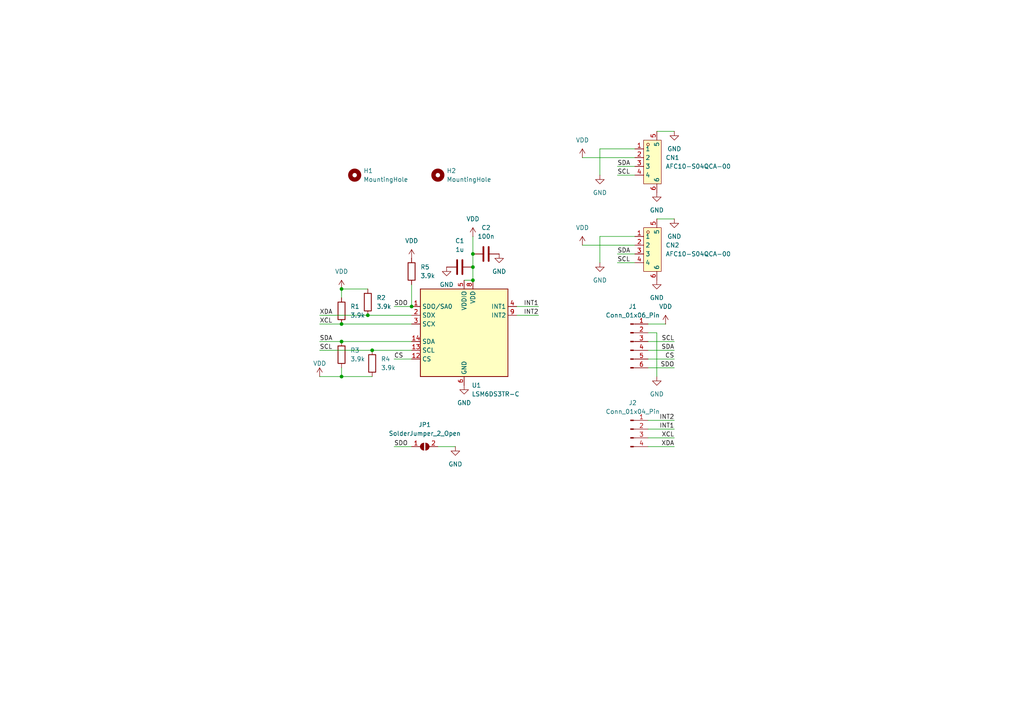
<source format=kicad_sch>
(kicad_sch
	(version 20231120)
	(generator "eeschema")
	(generator_version "8.0")
	(uuid "1c6397af-9627-423b-9762-9607c562f180")
	(paper "A4")
	(lib_symbols
		(symbol "Connector:Conn_01x04_Pin"
			(pin_names
				(offset 1.016) hide)
			(exclude_from_sim no)
			(in_bom yes)
			(on_board yes)
			(property "Reference" "J"
				(at 0 5.08 0)
				(effects
					(font
						(size 1.27 1.27)
					)
				)
			)
			(property "Value" "Conn_01x04_Pin"
				(at 0 -7.62 0)
				(effects
					(font
						(size 1.27 1.27)
					)
				)
			)
			(property "Footprint" ""
				(at 0 0 0)
				(effects
					(font
						(size 1.27 1.27)
					)
					(hide yes)
				)
			)
			(property "Datasheet" "~"
				(at 0 0 0)
				(effects
					(font
						(size 1.27 1.27)
					)
					(hide yes)
				)
			)
			(property "Description" "Generic connector, single row, 01x04, script generated"
				(at 0 0 0)
				(effects
					(font
						(size 1.27 1.27)
					)
					(hide yes)
				)
			)
			(property "ki_locked" ""
				(at 0 0 0)
				(effects
					(font
						(size 1.27 1.27)
					)
				)
			)
			(property "ki_keywords" "connector"
				(at 0 0 0)
				(effects
					(font
						(size 1.27 1.27)
					)
					(hide yes)
				)
			)
			(property "ki_fp_filters" "Connector*:*_1x??_*"
				(at 0 0 0)
				(effects
					(font
						(size 1.27 1.27)
					)
					(hide yes)
				)
			)
			(symbol "Conn_01x04_Pin_1_1"
				(polyline
					(pts
						(xy 1.27 -5.08) (xy 0.8636 -5.08)
					)
					(stroke
						(width 0.1524)
						(type default)
					)
					(fill
						(type none)
					)
				)
				(polyline
					(pts
						(xy 1.27 -2.54) (xy 0.8636 -2.54)
					)
					(stroke
						(width 0.1524)
						(type default)
					)
					(fill
						(type none)
					)
				)
				(polyline
					(pts
						(xy 1.27 0) (xy 0.8636 0)
					)
					(stroke
						(width 0.1524)
						(type default)
					)
					(fill
						(type none)
					)
				)
				(polyline
					(pts
						(xy 1.27 2.54) (xy 0.8636 2.54)
					)
					(stroke
						(width 0.1524)
						(type default)
					)
					(fill
						(type none)
					)
				)
				(rectangle
					(start 0.8636 -4.953)
					(end 0 -5.207)
					(stroke
						(width 0.1524)
						(type default)
					)
					(fill
						(type outline)
					)
				)
				(rectangle
					(start 0.8636 -2.413)
					(end 0 -2.667)
					(stroke
						(width 0.1524)
						(type default)
					)
					(fill
						(type outline)
					)
				)
				(rectangle
					(start 0.8636 0.127)
					(end 0 -0.127)
					(stroke
						(width 0.1524)
						(type default)
					)
					(fill
						(type outline)
					)
				)
				(rectangle
					(start 0.8636 2.667)
					(end 0 2.413)
					(stroke
						(width 0.1524)
						(type default)
					)
					(fill
						(type outline)
					)
				)
				(pin passive line
					(at 5.08 2.54 180)
					(length 3.81)
					(name "Pin_1"
						(effects
							(font
								(size 1.27 1.27)
							)
						)
					)
					(number "1"
						(effects
							(font
								(size 1.27 1.27)
							)
						)
					)
				)
				(pin passive line
					(at 5.08 0 180)
					(length 3.81)
					(name "Pin_2"
						(effects
							(font
								(size 1.27 1.27)
							)
						)
					)
					(number "2"
						(effects
							(font
								(size 1.27 1.27)
							)
						)
					)
				)
				(pin passive line
					(at 5.08 -2.54 180)
					(length 3.81)
					(name "Pin_3"
						(effects
							(font
								(size 1.27 1.27)
							)
						)
					)
					(number "3"
						(effects
							(font
								(size 1.27 1.27)
							)
						)
					)
				)
				(pin passive line
					(at 5.08 -5.08 180)
					(length 3.81)
					(name "Pin_4"
						(effects
							(font
								(size 1.27 1.27)
							)
						)
					)
					(number "4"
						(effects
							(font
								(size 1.27 1.27)
							)
						)
					)
				)
			)
		)
		(symbol "Connector:Conn_01x06_Pin"
			(pin_names
				(offset 1.016) hide)
			(exclude_from_sim no)
			(in_bom yes)
			(on_board yes)
			(property "Reference" "J"
				(at 0 7.62 0)
				(effects
					(font
						(size 1.27 1.27)
					)
				)
			)
			(property "Value" "Conn_01x06_Pin"
				(at 0 -10.16 0)
				(effects
					(font
						(size 1.27 1.27)
					)
				)
			)
			(property "Footprint" ""
				(at 0 0 0)
				(effects
					(font
						(size 1.27 1.27)
					)
					(hide yes)
				)
			)
			(property "Datasheet" "~"
				(at 0 0 0)
				(effects
					(font
						(size 1.27 1.27)
					)
					(hide yes)
				)
			)
			(property "Description" "Generic connector, single row, 01x06, script generated"
				(at 0 0 0)
				(effects
					(font
						(size 1.27 1.27)
					)
					(hide yes)
				)
			)
			(property "ki_locked" ""
				(at 0 0 0)
				(effects
					(font
						(size 1.27 1.27)
					)
				)
			)
			(property "ki_keywords" "connector"
				(at 0 0 0)
				(effects
					(font
						(size 1.27 1.27)
					)
					(hide yes)
				)
			)
			(property "ki_fp_filters" "Connector*:*_1x??_*"
				(at 0 0 0)
				(effects
					(font
						(size 1.27 1.27)
					)
					(hide yes)
				)
			)
			(symbol "Conn_01x06_Pin_1_1"
				(polyline
					(pts
						(xy 1.27 -7.62) (xy 0.8636 -7.62)
					)
					(stroke
						(width 0.1524)
						(type default)
					)
					(fill
						(type none)
					)
				)
				(polyline
					(pts
						(xy 1.27 -5.08) (xy 0.8636 -5.08)
					)
					(stroke
						(width 0.1524)
						(type default)
					)
					(fill
						(type none)
					)
				)
				(polyline
					(pts
						(xy 1.27 -2.54) (xy 0.8636 -2.54)
					)
					(stroke
						(width 0.1524)
						(type default)
					)
					(fill
						(type none)
					)
				)
				(polyline
					(pts
						(xy 1.27 0) (xy 0.8636 0)
					)
					(stroke
						(width 0.1524)
						(type default)
					)
					(fill
						(type none)
					)
				)
				(polyline
					(pts
						(xy 1.27 2.54) (xy 0.8636 2.54)
					)
					(stroke
						(width 0.1524)
						(type default)
					)
					(fill
						(type none)
					)
				)
				(polyline
					(pts
						(xy 1.27 5.08) (xy 0.8636 5.08)
					)
					(stroke
						(width 0.1524)
						(type default)
					)
					(fill
						(type none)
					)
				)
				(rectangle
					(start 0.8636 -7.493)
					(end 0 -7.747)
					(stroke
						(width 0.1524)
						(type default)
					)
					(fill
						(type outline)
					)
				)
				(rectangle
					(start 0.8636 -4.953)
					(end 0 -5.207)
					(stroke
						(width 0.1524)
						(type default)
					)
					(fill
						(type outline)
					)
				)
				(rectangle
					(start 0.8636 -2.413)
					(end 0 -2.667)
					(stroke
						(width 0.1524)
						(type default)
					)
					(fill
						(type outline)
					)
				)
				(rectangle
					(start 0.8636 0.127)
					(end 0 -0.127)
					(stroke
						(width 0.1524)
						(type default)
					)
					(fill
						(type outline)
					)
				)
				(rectangle
					(start 0.8636 2.667)
					(end 0 2.413)
					(stroke
						(width 0.1524)
						(type default)
					)
					(fill
						(type outline)
					)
				)
				(rectangle
					(start 0.8636 5.207)
					(end 0 4.953)
					(stroke
						(width 0.1524)
						(type default)
					)
					(fill
						(type outline)
					)
				)
				(pin passive line
					(at 5.08 5.08 180)
					(length 3.81)
					(name "Pin_1"
						(effects
							(font
								(size 1.27 1.27)
							)
						)
					)
					(number "1"
						(effects
							(font
								(size 1.27 1.27)
							)
						)
					)
				)
				(pin passive line
					(at 5.08 2.54 180)
					(length 3.81)
					(name "Pin_2"
						(effects
							(font
								(size 1.27 1.27)
							)
						)
					)
					(number "2"
						(effects
							(font
								(size 1.27 1.27)
							)
						)
					)
				)
				(pin passive line
					(at 5.08 0 180)
					(length 3.81)
					(name "Pin_3"
						(effects
							(font
								(size 1.27 1.27)
							)
						)
					)
					(number "3"
						(effects
							(font
								(size 1.27 1.27)
							)
						)
					)
				)
				(pin passive line
					(at 5.08 -2.54 180)
					(length 3.81)
					(name "Pin_4"
						(effects
							(font
								(size 1.27 1.27)
							)
						)
					)
					(number "4"
						(effects
							(font
								(size 1.27 1.27)
							)
						)
					)
				)
				(pin passive line
					(at 5.08 -5.08 180)
					(length 3.81)
					(name "Pin_5"
						(effects
							(font
								(size 1.27 1.27)
							)
						)
					)
					(number "5"
						(effects
							(font
								(size 1.27 1.27)
							)
						)
					)
				)
				(pin passive line
					(at 5.08 -7.62 180)
					(length 3.81)
					(name "Pin_6"
						(effects
							(font
								(size 1.27 1.27)
							)
						)
					)
					(number "6"
						(effects
							(font
								(size 1.27 1.27)
							)
						)
					)
				)
			)
		)
		(symbol "Device:C"
			(pin_numbers hide)
			(pin_names
				(offset 0.254)
			)
			(exclude_from_sim no)
			(in_bom yes)
			(on_board yes)
			(property "Reference" "C"
				(at 0.635 2.54 0)
				(effects
					(font
						(size 1.27 1.27)
					)
					(justify left)
				)
			)
			(property "Value" "C"
				(at 0.635 -2.54 0)
				(effects
					(font
						(size 1.27 1.27)
					)
					(justify left)
				)
			)
			(property "Footprint" ""
				(at 0.9652 -3.81 0)
				(effects
					(font
						(size 1.27 1.27)
					)
					(hide yes)
				)
			)
			(property "Datasheet" "~"
				(at 0 0 0)
				(effects
					(font
						(size 1.27 1.27)
					)
					(hide yes)
				)
			)
			(property "Description" "Unpolarized capacitor"
				(at 0 0 0)
				(effects
					(font
						(size 1.27 1.27)
					)
					(hide yes)
				)
			)
			(property "ki_keywords" "cap capacitor"
				(at 0 0 0)
				(effects
					(font
						(size 1.27 1.27)
					)
					(hide yes)
				)
			)
			(property "ki_fp_filters" "C_*"
				(at 0 0 0)
				(effects
					(font
						(size 1.27 1.27)
					)
					(hide yes)
				)
			)
			(symbol "C_0_1"
				(polyline
					(pts
						(xy -2.032 -0.762) (xy 2.032 -0.762)
					)
					(stroke
						(width 0.508)
						(type default)
					)
					(fill
						(type none)
					)
				)
				(polyline
					(pts
						(xy -2.032 0.762) (xy 2.032 0.762)
					)
					(stroke
						(width 0.508)
						(type default)
					)
					(fill
						(type none)
					)
				)
			)
			(symbol "C_1_1"
				(pin passive line
					(at 0 3.81 270)
					(length 2.794)
					(name "~"
						(effects
							(font
								(size 1.27 1.27)
							)
						)
					)
					(number "1"
						(effects
							(font
								(size 1.27 1.27)
							)
						)
					)
				)
				(pin passive line
					(at 0 -3.81 90)
					(length 2.794)
					(name "~"
						(effects
							(font
								(size 1.27 1.27)
							)
						)
					)
					(number "2"
						(effects
							(font
								(size 1.27 1.27)
							)
						)
					)
				)
			)
		)
		(symbol "Device:R"
			(pin_numbers hide)
			(pin_names
				(offset 0)
			)
			(exclude_from_sim no)
			(in_bom yes)
			(on_board yes)
			(property "Reference" "R"
				(at 2.032 0 90)
				(effects
					(font
						(size 1.27 1.27)
					)
				)
			)
			(property "Value" "R"
				(at 0 0 90)
				(effects
					(font
						(size 1.27 1.27)
					)
				)
			)
			(property "Footprint" ""
				(at -1.778 0 90)
				(effects
					(font
						(size 1.27 1.27)
					)
					(hide yes)
				)
			)
			(property "Datasheet" "~"
				(at 0 0 0)
				(effects
					(font
						(size 1.27 1.27)
					)
					(hide yes)
				)
			)
			(property "Description" "Resistor"
				(at 0 0 0)
				(effects
					(font
						(size 1.27 1.27)
					)
					(hide yes)
				)
			)
			(property "ki_keywords" "R res resistor"
				(at 0 0 0)
				(effects
					(font
						(size 1.27 1.27)
					)
					(hide yes)
				)
			)
			(property "ki_fp_filters" "R_*"
				(at 0 0 0)
				(effects
					(font
						(size 1.27 1.27)
					)
					(hide yes)
				)
			)
			(symbol "R_0_1"
				(rectangle
					(start -1.016 -2.54)
					(end 1.016 2.54)
					(stroke
						(width 0.254)
						(type default)
					)
					(fill
						(type none)
					)
				)
			)
			(symbol "R_1_1"
				(pin passive line
					(at 0 3.81 270)
					(length 1.27)
					(name "~"
						(effects
							(font
								(size 1.27 1.27)
							)
						)
					)
					(number "1"
						(effects
							(font
								(size 1.27 1.27)
							)
						)
					)
				)
				(pin passive line
					(at 0 -3.81 90)
					(length 1.27)
					(name "~"
						(effects
							(font
								(size 1.27 1.27)
							)
						)
					)
					(number "2"
						(effects
							(font
								(size 1.27 1.27)
							)
						)
					)
				)
			)
		)
		(symbol "Jumper:SolderJumper_2_Open"
			(pin_names
				(offset 0) hide)
			(exclude_from_sim no)
			(in_bom yes)
			(on_board yes)
			(property "Reference" "JP"
				(at 0 2.032 0)
				(effects
					(font
						(size 1.27 1.27)
					)
				)
			)
			(property "Value" "SolderJumper_2_Open"
				(at 0 -2.54 0)
				(effects
					(font
						(size 1.27 1.27)
					)
				)
			)
			(property "Footprint" ""
				(at 0 0 0)
				(effects
					(font
						(size 1.27 1.27)
					)
					(hide yes)
				)
			)
			(property "Datasheet" "~"
				(at 0 0 0)
				(effects
					(font
						(size 1.27 1.27)
					)
					(hide yes)
				)
			)
			(property "Description" "Solder Jumper, 2-pole, open"
				(at 0 0 0)
				(effects
					(font
						(size 1.27 1.27)
					)
					(hide yes)
				)
			)
			(property "ki_keywords" "solder jumper SPST"
				(at 0 0 0)
				(effects
					(font
						(size 1.27 1.27)
					)
					(hide yes)
				)
			)
			(property "ki_fp_filters" "SolderJumper*Open*"
				(at 0 0 0)
				(effects
					(font
						(size 1.27 1.27)
					)
					(hide yes)
				)
			)
			(symbol "SolderJumper_2_Open_0_1"
				(arc
					(start -0.254 1.016)
					(mid -1.2656 0)
					(end -0.254 -1.016)
					(stroke
						(width 0)
						(type default)
					)
					(fill
						(type none)
					)
				)
				(arc
					(start -0.254 1.016)
					(mid -1.2656 0)
					(end -0.254 -1.016)
					(stroke
						(width 0)
						(type default)
					)
					(fill
						(type outline)
					)
				)
				(polyline
					(pts
						(xy -0.254 1.016) (xy -0.254 -1.016)
					)
					(stroke
						(width 0)
						(type default)
					)
					(fill
						(type none)
					)
				)
				(polyline
					(pts
						(xy 0.254 1.016) (xy 0.254 -1.016)
					)
					(stroke
						(width 0)
						(type default)
					)
					(fill
						(type none)
					)
				)
				(arc
					(start 0.254 -1.016)
					(mid 1.2656 0)
					(end 0.254 1.016)
					(stroke
						(width 0)
						(type default)
					)
					(fill
						(type none)
					)
				)
				(arc
					(start 0.254 -1.016)
					(mid 1.2656 0)
					(end 0.254 1.016)
					(stroke
						(width 0)
						(type default)
					)
					(fill
						(type outline)
					)
				)
			)
			(symbol "SolderJumper_2_Open_1_1"
				(pin passive line
					(at -3.81 0 0)
					(length 2.54)
					(name "A"
						(effects
							(font
								(size 1.27 1.27)
							)
						)
					)
					(number "1"
						(effects
							(font
								(size 1.27 1.27)
							)
						)
					)
				)
				(pin passive line
					(at 3.81 0 180)
					(length 2.54)
					(name "B"
						(effects
							(font
								(size 1.27 1.27)
							)
						)
					)
					(number "2"
						(effects
							(font
								(size 1.27 1.27)
							)
						)
					)
				)
			)
		)
		(symbol "Mechanical:MountingHole"
			(pin_names
				(offset 1.016)
			)
			(exclude_from_sim yes)
			(in_bom no)
			(on_board yes)
			(property "Reference" "H"
				(at 0 5.08 0)
				(effects
					(font
						(size 1.27 1.27)
					)
				)
			)
			(property "Value" "MountingHole"
				(at 0 3.175 0)
				(effects
					(font
						(size 1.27 1.27)
					)
				)
			)
			(property "Footprint" ""
				(at 0 0 0)
				(effects
					(font
						(size 1.27 1.27)
					)
					(hide yes)
				)
			)
			(property "Datasheet" "~"
				(at 0 0 0)
				(effects
					(font
						(size 1.27 1.27)
					)
					(hide yes)
				)
			)
			(property "Description" "Mounting Hole without connection"
				(at 0 0 0)
				(effects
					(font
						(size 1.27 1.27)
					)
					(hide yes)
				)
			)
			(property "ki_keywords" "mounting hole"
				(at 0 0 0)
				(effects
					(font
						(size 1.27 1.27)
					)
					(hide yes)
				)
			)
			(property "ki_fp_filters" "MountingHole*"
				(at 0 0 0)
				(effects
					(font
						(size 1.27 1.27)
					)
					(hide yes)
				)
			)
			(symbol "MountingHole_0_1"
				(circle
					(center 0 0)
					(radius 1.27)
					(stroke
						(width 1.27)
						(type default)
					)
					(fill
						(type none)
					)
				)
			)
		)
		(symbol "Sensor_Motion:LSM6DS3"
			(exclude_from_sim no)
			(in_bom yes)
			(on_board yes)
			(property "Reference" "U"
				(at -11.43 15.24 0)
				(effects
					(font
						(size 1.27 1.27)
					)
					(justify left)
				)
			)
			(property "Value" "LSM6DS3"
				(at -11.43 12.7 0)
				(effects
					(font
						(size 1.27 1.27)
					)
					(justify left bottom)
				)
			)
			(property "Footprint" "Package_LGA:LGA-14_3x2.5mm_P0.5mm_LayoutBorder3x4y"
				(at -10.16 -17.78 0)
				(effects
					(font
						(size 1.27 1.27)
					)
					(justify left)
					(hide yes)
				)
			)
			(property "Datasheet" "https://www.st.com/resource/en/datasheet/lsm6ds3tr-c.pdf"
				(at 2.54 -16.51 0)
				(effects
					(font
						(size 1.27 1.27)
					)
					(hide yes)
				)
			)
			(property "Description" "I2C/SPI, iNEMO inertial module: always-on 3D accelerometer and 3D gyroscope"
				(at 0 0 0)
				(effects
					(font
						(size 1.27 1.27)
					)
					(hide yes)
				)
			)
			(property "ki_keywords" "Accelerometer Gyroscope MEMS"
				(at 0 0 0)
				(effects
					(font
						(size 1.27 1.27)
					)
					(hide yes)
				)
			)
			(property "ki_fp_filters" "LGA*3x2.5mm*P0.5mm*LayoutBorder3x4y*"
				(at 0 0 0)
				(effects
					(font
						(size 1.27 1.27)
					)
					(hide yes)
				)
			)
			(symbol "LSM6DS3_0_1"
				(rectangle
					(start -12.7 12.7)
					(end 12.7 -12.7)
					(stroke
						(width 0.254)
						(type default)
					)
					(fill
						(type background)
					)
				)
			)
			(symbol "LSM6DS3_1_1"
				(pin bidirectional line
					(at -15.24 7.62 0)
					(length 2.54)
					(name "SDO/SA0"
						(effects
							(font
								(size 1.27 1.27)
							)
						)
					)
					(number "1"
						(effects
							(font
								(size 1.27 1.27)
							)
						)
					)
				)
				(pin no_connect line
					(at 12.7 -5.08 180)
					(length 3.81) hide
					(name "NC"
						(effects
							(font
								(size 1.27 1.27)
							)
						)
					)
					(number "10"
						(effects
							(font
								(size 1.27 1.27)
							)
						)
					)
				)
				(pin no_connect line
					(at 12.7 -2.54 180)
					(length 3.81) hide
					(name "NC"
						(effects
							(font
								(size 1.27 1.27)
							)
						)
					)
					(number "11"
						(effects
							(font
								(size 1.27 1.27)
							)
						)
					)
				)
				(pin input line
					(at -15.24 -7.62 0)
					(length 2.54)
					(name "CS"
						(effects
							(font
								(size 1.27 1.27)
							)
						)
					)
					(number "12"
						(effects
							(font
								(size 1.27 1.27)
							)
						)
					)
				)
				(pin input line
					(at -15.24 -5.08 0)
					(length 2.54)
					(name "SCL"
						(effects
							(font
								(size 1.27 1.27)
							)
						)
					)
					(number "13"
						(effects
							(font
								(size 1.27 1.27)
							)
						)
					)
				)
				(pin bidirectional line
					(at -15.24 -2.54 0)
					(length 2.54)
					(name "SDA"
						(effects
							(font
								(size 1.27 1.27)
							)
						)
					)
					(number "14"
						(effects
							(font
								(size 1.27 1.27)
							)
						)
					)
				)
				(pin bidirectional line
					(at -15.24 5.08 0)
					(length 2.54)
					(name "SDX"
						(effects
							(font
								(size 1.27 1.27)
							)
						)
					)
					(number "2"
						(effects
							(font
								(size 1.27 1.27)
							)
						)
					)
				)
				(pin input line
					(at -15.24 2.54 0)
					(length 2.54)
					(name "SCX"
						(effects
							(font
								(size 1.27 1.27)
							)
						)
					)
					(number "3"
						(effects
							(font
								(size 1.27 1.27)
							)
						)
					)
				)
				(pin output line
					(at 15.24 7.62 180)
					(length 2.54)
					(name "INT1"
						(effects
							(font
								(size 1.27 1.27)
							)
						)
					)
					(number "4"
						(effects
							(font
								(size 1.27 1.27)
							)
						)
					)
				)
				(pin power_in line
					(at 0 15.24 270)
					(length 2.54)
					(name "VDDIO"
						(effects
							(font
								(size 1.27 1.27)
							)
						)
					)
					(number "5"
						(effects
							(font
								(size 1.27 1.27)
							)
						)
					)
				)
				(pin power_in line
					(at 0 -15.24 90)
					(length 2.54)
					(name "GND"
						(effects
							(font
								(size 1.27 1.27)
							)
						)
					)
					(number "6"
						(effects
							(font
								(size 1.27 1.27)
							)
						)
					)
				)
				(pin passive line
					(at 0 -15.24 90)
					(length 2.54) hide
					(name "GND"
						(effects
							(font
								(size 1.27 1.27)
							)
						)
					)
					(number "7"
						(effects
							(font
								(size 1.27 1.27)
							)
						)
					)
				)
				(pin power_in line
					(at 2.54 15.24 270)
					(length 2.54)
					(name "VDD"
						(effects
							(font
								(size 1.27 1.27)
							)
						)
					)
					(number "8"
						(effects
							(font
								(size 1.27 1.27)
							)
						)
					)
				)
				(pin output line
					(at 15.24 5.08 180)
					(length 2.54)
					(name "INT2"
						(effects
							(font
								(size 1.27 1.27)
							)
						)
					)
					(number "9"
						(effects
							(font
								(size 1.27 1.27)
							)
						)
					)
				)
			)
		)
		(symbol "lsm6dr3trc-breakout:AFC10-S04QCA-00"
			(exclude_from_sim no)
			(in_bom yes)
			(on_board yes)
			(property "Reference" "X"
				(at 0 13.97 0)
				(effects
					(font
						(size 1.27 1.27)
					)
				)
			)
			(property "Value" "AFC10-S04QCA-00"
				(at 0 -13.97 0)
				(effects
					(font
						(size 1.27 1.27)
					)
				)
			)
			(property "Footprint" "lsm6dr3trc-breakout:CONN-SMD_AFC10-S04QCA-00"
				(at 0 -16.51 0)
				(effects
					(font
						(size 1.27 1.27)
					)
					(hide yes)
				)
			)
			(property "Datasheet" ""
				(at 0 0 0)
				(effects
					(font
						(size 1.27 1.27)
					)
					(hide yes)
				)
			)
			(property "Description" ""
				(at 0 0 0)
				(effects
					(font
						(size 1.27 1.27)
					)
					(hide yes)
				)
			)
			(property "LCSC Part" "C2764183"
				(at 0 -19.05 0)
				(effects
					(font
						(size 1.27 1.27)
					)
					(hide yes)
				)
			)
			(symbol "AFC10-S04QCA-00_0_1"
				(rectangle
					(start -2.54 6.35)
					(end 2.54 -6.35)
					(stroke
						(width 0)
						(type default)
					)
					(fill
						(type background)
					)
				)
				(circle
					(center -1.27 5.08)
					(radius 0.38)
					(stroke
						(width 0)
						(type default)
					)
					(fill
						(type none)
					)
				)
				(pin unspecified line
					(at -5.08 3.81 0)
					(length 2.54)
					(name "1"
						(effects
							(font
								(size 1.27 1.27)
							)
						)
					)
					(number "1"
						(effects
							(font
								(size 1.27 1.27)
							)
						)
					)
				)
				(pin unspecified line
					(at -5.08 1.27 0)
					(length 2.54)
					(name "2"
						(effects
							(font
								(size 1.27 1.27)
							)
						)
					)
					(number "2"
						(effects
							(font
								(size 1.27 1.27)
							)
						)
					)
				)
				(pin unspecified line
					(at -5.08 -1.27 0)
					(length 2.54)
					(name "3"
						(effects
							(font
								(size 1.27 1.27)
							)
						)
					)
					(number "3"
						(effects
							(font
								(size 1.27 1.27)
							)
						)
					)
				)
				(pin unspecified line
					(at -5.08 -3.81 0)
					(length 2.54)
					(name "4"
						(effects
							(font
								(size 1.27 1.27)
							)
						)
					)
					(number "4"
						(effects
							(font
								(size 1.27 1.27)
							)
						)
					)
				)
				(pin unspecified line
					(at 1.27 8.89 270)
					(length 2.54)
					(name "5"
						(effects
							(font
								(size 1.27 1.27)
							)
						)
					)
					(number "5"
						(effects
							(font
								(size 1.27 1.27)
							)
						)
					)
				)
				(pin unspecified line
					(at 1.27 -8.89 90)
					(length 2.54)
					(name "6"
						(effects
							(font
								(size 1.27 1.27)
							)
						)
					)
					(number "6"
						(effects
							(font
								(size 1.27 1.27)
							)
						)
					)
				)
			)
		)
		(symbol "power:GND"
			(power)
			(pin_numbers hide)
			(pin_names
				(offset 0) hide)
			(exclude_from_sim no)
			(in_bom yes)
			(on_board yes)
			(property "Reference" "#PWR"
				(at 0 -6.35 0)
				(effects
					(font
						(size 1.27 1.27)
					)
					(hide yes)
				)
			)
			(property "Value" "GND"
				(at 0 -3.81 0)
				(effects
					(font
						(size 1.27 1.27)
					)
				)
			)
			(property "Footprint" ""
				(at 0 0 0)
				(effects
					(font
						(size 1.27 1.27)
					)
					(hide yes)
				)
			)
			(property "Datasheet" ""
				(at 0 0 0)
				(effects
					(font
						(size 1.27 1.27)
					)
					(hide yes)
				)
			)
			(property "Description" "Power symbol creates a global label with name \"GND\" , ground"
				(at 0 0 0)
				(effects
					(font
						(size 1.27 1.27)
					)
					(hide yes)
				)
			)
			(property "ki_keywords" "global power"
				(at 0 0 0)
				(effects
					(font
						(size 1.27 1.27)
					)
					(hide yes)
				)
			)
			(symbol "GND_0_1"
				(polyline
					(pts
						(xy 0 0) (xy 0 -1.27) (xy 1.27 -1.27) (xy 0 -2.54) (xy -1.27 -1.27) (xy 0 -1.27)
					)
					(stroke
						(width 0)
						(type default)
					)
					(fill
						(type none)
					)
				)
			)
			(symbol "GND_1_1"
				(pin power_in line
					(at 0 0 270)
					(length 0)
					(name "~"
						(effects
							(font
								(size 1.27 1.27)
							)
						)
					)
					(number "1"
						(effects
							(font
								(size 1.27 1.27)
							)
						)
					)
				)
			)
		)
		(symbol "power:VDD"
			(power)
			(pin_numbers hide)
			(pin_names
				(offset 0) hide)
			(exclude_from_sim no)
			(in_bom yes)
			(on_board yes)
			(property "Reference" "#PWR"
				(at 0 -3.81 0)
				(effects
					(font
						(size 1.27 1.27)
					)
					(hide yes)
				)
			)
			(property "Value" "VDD"
				(at 0 3.556 0)
				(effects
					(font
						(size 1.27 1.27)
					)
				)
			)
			(property "Footprint" ""
				(at 0 0 0)
				(effects
					(font
						(size 1.27 1.27)
					)
					(hide yes)
				)
			)
			(property "Datasheet" ""
				(at 0 0 0)
				(effects
					(font
						(size 1.27 1.27)
					)
					(hide yes)
				)
			)
			(property "Description" "Power symbol creates a global label with name \"VDD\""
				(at 0 0 0)
				(effects
					(font
						(size 1.27 1.27)
					)
					(hide yes)
				)
			)
			(property "ki_keywords" "global power"
				(at 0 0 0)
				(effects
					(font
						(size 1.27 1.27)
					)
					(hide yes)
				)
			)
			(symbol "VDD_0_1"
				(polyline
					(pts
						(xy -0.762 1.27) (xy 0 2.54)
					)
					(stroke
						(width 0)
						(type default)
					)
					(fill
						(type none)
					)
				)
				(polyline
					(pts
						(xy 0 0) (xy 0 2.54)
					)
					(stroke
						(width 0)
						(type default)
					)
					(fill
						(type none)
					)
				)
				(polyline
					(pts
						(xy 0 2.54) (xy 0.762 1.27)
					)
					(stroke
						(width 0)
						(type default)
					)
					(fill
						(type none)
					)
				)
			)
			(symbol "VDD_1_1"
				(pin power_in line
					(at 0 0 90)
					(length 0)
					(name "~"
						(effects
							(font
								(size 1.27 1.27)
							)
						)
					)
					(number "1"
						(effects
							(font
								(size 1.27 1.27)
							)
						)
					)
				)
			)
		)
	)
	(junction
		(at 107.95 101.6)
		(diameter 0)
		(color 0 0 0 0)
		(uuid "074eeb40-a835-4fb4-bbbb-13bdf993846a")
	)
	(junction
		(at 99.06 109.22)
		(diameter 0)
		(color 0 0 0 0)
		(uuid "0e52b6ab-3455-40b2-9c98-cbd6a9626a7b")
	)
	(junction
		(at 137.16 77.47)
		(diameter 0)
		(color 0 0 0 0)
		(uuid "1c12a1ae-8fb5-4154-bfbe-9069029e3302")
	)
	(junction
		(at 137.16 81.28)
		(diameter 0)
		(color 0 0 0 0)
		(uuid "2b7b361e-d4c9-4ff8-af1a-6a4e07756048")
	)
	(junction
		(at 99.06 83.82)
		(diameter 0)
		(color 0 0 0 0)
		(uuid "2f8489dd-6f6c-4582-b167-8ec29c0ea158")
	)
	(junction
		(at 99.06 99.06)
		(diameter 0)
		(color 0 0 0 0)
		(uuid "5d98075a-f616-415f-aa9e-e1712859d17c")
	)
	(junction
		(at 137.16 73.66)
		(diameter 0)
		(color 0 0 0 0)
		(uuid "643329c6-f348-4a51-8d68-80390ca02abe")
	)
	(junction
		(at 99.06 93.98)
		(diameter 0)
		(color 0 0 0 0)
		(uuid "681e1591-a936-47ed-909a-e1fc10f7dc70")
	)
	(junction
		(at 119.38 88.9)
		(diameter 0)
		(color 0 0 0 0)
		(uuid "9ac3a5d2-dd5c-4034-8342-4bfafb5ed2d7")
	)
	(junction
		(at 106.68 91.44)
		(diameter 0)
		(color 0 0 0 0)
		(uuid "cc2af59d-414c-4a5e-bd7f-192b9137f24c")
	)
	(wire
		(pts
			(xy 179.07 48.26) (xy 184.15 48.26)
		)
		(stroke
			(width 0)
			(type default)
		)
		(uuid "0148bb72-daf8-4837-aaa0-2813cf499136")
	)
	(wire
		(pts
			(xy 173.99 43.18) (xy 184.15 43.18)
		)
		(stroke
			(width 0)
			(type default)
		)
		(uuid "02367c7b-2930-4a20-b707-f22de4e900ee")
	)
	(wire
		(pts
			(xy 179.07 50.8) (xy 184.15 50.8)
		)
		(stroke
			(width 0)
			(type default)
		)
		(uuid "0490b51b-f898-4310-8dd0-57ace0f0104f")
	)
	(wire
		(pts
			(xy 195.58 124.46) (xy 187.96 124.46)
		)
		(stroke
			(width 0)
			(type default)
		)
		(uuid "068a6889-cd9c-4df1-ac6f-96f1a2ba5e27")
	)
	(wire
		(pts
			(xy 99.06 83.82) (xy 106.68 83.82)
		)
		(stroke
			(width 0)
			(type default)
		)
		(uuid "147b7bb9-5e68-4a50-90a6-62e1bd3a5938")
	)
	(wire
		(pts
			(xy 173.99 43.18) (xy 173.99 50.8)
		)
		(stroke
			(width 0)
			(type default)
		)
		(uuid "1e1a852d-ca8d-46f3-98e1-ce5bb0317fd1")
	)
	(wire
		(pts
			(xy 195.58 121.92) (xy 187.96 121.92)
		)
		(stroke
			(width 0)
			(type default)
		)
		(uuid "1e41db65-5010-4646-a60f-0c08afc45ee2")
	)
	(wire
		(pts
			(xy 107.95 101.6) (xy 119.38 101.6)
		)
		(stroke
			(width 0)
			(type default)
		)
		(uuid "1fa210a9-9c18-4370-af85-9e6ea7bf744b")
	)
	(wire
		(pts
			(xy 114.3 104.14) (xy 119.38 104.14)
		)
		(stroke
			(width 0)
			(type default)
		)
		(uuid "221cef0a-bfa1-4a39-85a4-f25a0238035d")
	)
	(wire
		(pts
			(xy 173.99 68.58) (xy 173.99 76.2)
		)
		(stroke
			(width 0)
			(type default)
		)
		(uuid "285273e9-a228-4b77-a212-c32a7af999d0")
	)
	(wire
		(pts
			(xy 99.06 86.36) (xy 99.06 83.82)
		)
		(stroke
			(width 0)
			(type default)
		)
		(uuid "3614aa11-b3b1-4b2c-af22-cac16183cb20")
	)
	(wire
		(pts
			(xy 190.5 96.52) (xy 190.5 109.22)
		)
		(stroke
			(width 0)
			(type default)
		)
		(uuid "3b6aa126-79ae-4e7f-939b-0289ec5f015a")
	)
	(wire
		(pts
			(xy 92.71 109.22) (xy 99.06 109.22)
		)
		(stroke
			(width 0)
			(type default)
		)
		(uuid "41afc66b-70c9-4707-8697-0098c205e908")
	)
	(wire
		(pts
			(xy 99.06 106.68) (xy 99.06 109.22)
		)
		(stroke
			(width 0)
			(type default)
		)
		(uuid "45c64178-1787-4e57-a70e-fe1c89adc88c")
	)
	(wire
		(pts
			(xy 190.5 38.1) (xy 195.58 38.1)
		)
		(stroke
			(width 0)
			(type default)
		)
		(uuid "4b7593a4-3d6f-4e71-b401-e94d06c8182e")
	)
	(wire
		(pts
			(xy 92.71 101.6) (xy 107.95 101.6)
		)
		(stroke
			(width 0)
			(type default)
		)
		(uuid "4eafa2cc-162e-4dcf-8649-c0f028ac53e5")
	)
	(wire
		(pts
			(xy 195.58 99.06) (xy 187.96 99.06)
		)
		(stroke
			(width 0)
			(type default)
		)
		(uuid "4f6b3aa0-b244-4a22-883d-8cfcb07aa64a")
	)
	(wire
		(pts
			(xy 195.58 101.6) (xy 187.96 101.6)
		)
		(stroke
			(width 0)
			(type default)
		)
		(uuid "50a627bd-dbf5-4dc4-a2ac-4579400e75b6")
	)
	(wire
		(pts
			(xy 195.58 104.14) (xy 187.96 104.14)
		)
		(stroke
			(width 0)
			(type default)
		)
		(uuid "558316e6-637d-4d93-af88-bdc9faad4184")
	)
	(wire
		(pts
			(xy 92.71 91.44) (xy 106.68 91.44)
		)
		(stroke
			(width 0)
			(type default)
		)
		(uuid "58053666-9926-4139-8b1a-5659e323d4f6")
	)
	(wire
		(pts
			(xy 137.16 68.58) (xy 137.16 73.66)
		)
		(stroke
			(width 0)
			(type default)
		)
		(uuid "5c40c708-b6a1-40e2-b1a6-1a96c93f7663")
	)
	(wire
		(pts
			(xy 134.62 81.28) (xy 137.16 81.28)
		)
		(stroke
			(width 0)
			(type default)
		)
		(uuid "5caf4e92-37a2-4a65-b5ae-b3454afbd97f")
	)
	(wire
		(pts
			(xy 195.58 106.68) (xy 187.96 106.68)
		)
		(stroke
			(width 0)
			(type default)
		)
		(uuid "68f40a36-0596-4611-a78e-a2e30bf4dfd1")
	)
	(wire
		(pts
			(xy 119.38 82.55) (xy 119.38 88.9)
		)
		(stroke
			(width 0)
			(type default)
		)
		(uuid "6b3d016d-29fd-4118-9268-10248378801b")
	)
	(wire
		(pts
			(xy 92.71 93.98) (xy 99.06 93.98)
		)
		(stroke
			(width 0)
			(type default)
		)
		(uuid "71a04b41-4d83-464b-99fc-b5a82723cb42")
	)
	(wire
		(pts
			(xy 114.3 129.54) (xy 119.38 129.54)
		)
		(stroke
			(width 0)
			(type default)
		)
		(uuid "86d98713-59e8-4a6b-9b44-5bec22ed30a7")
	)
	(wire
		(pts
			(xy 195.58 127) (xy 187.96 127)
		)
		(stroke
			(width 0)
			(type default)
		)
		(uuid "8aab64f0-00d0-4c24-8285-4507cb57f21d")
	)
	(wire
		(pts
			(xy 149.86 91.44) (xy 156.21 91.44)
		)
		(stroke
			(width 0)
			(type default)
		)
		(uuid "8b23c9ce-9356-461b-b4e4-5f6b07fbae07")
	)
	(wire
		(pts
			(xy 99.06 99.06) (xy 119.38 99.06)
		)
		(stroke
			(width 0)
			(type default)
		)
		(uuid "8c373e15-d197-4ee2-afd0-0a7d895ce96b")
	)
	(wire
		(pts
			(xy 114.3 88.9) (xy 119.38 88.9)
		)
		(stroke
			(width 0)
			(type default)
		)
		(uuid "90c1ec1e-2019-46c1-b85a-edccdd72bccf")
	)
	(wire
		(pts
			(xy 132.08 129.54) (xy 127 129.54)
		)
		(stroke
			(width 0)
			(type default)
		)
		(uuid "91b30324-f5fc-4e9d-b1f8-b960b96a9e19")
	)
	(wire
		(pts
			(xy 106.68 91.44) (xy 119.38 91.44)
		)
		(stroke
			(width 0)
			(type default)
		)
		(uuid "92f8c2f0-2cef-4663-81dc-b9c7edd45f1d")
	)
	(wire
		(pts
			(xy 99.06 109.22) (xy 107.95 109.22)
		)
		(stroke
			(width 0)
			(type default)
		)
		(uuid "9662e365-c416-4715-9792-8a59bfe7fc36")
	)
	(wire
		(pts
			(xy 187.96 93.98) (xy 193.04 93.98)
		)
		(stroke
			(width 0)
			(type default)
		)
		(uuid "97d9120f-40ff-41a0-8135-0a1a42dbaeae")
	)
	(wire
		(pts
			(xy 187.96 96.52) (xy 190.5 96.52)
		)
		(stroke
			(width 0)
			(type default)
		)
		(uuid "9a40b809-92ee-4a82-89b1-2fac04b381eb")
	)
	(wire
		(pts
			(xy 173.99 68.58) (xy 184.15 68.58)
		)
		(stroke
			(width 0)
			(type default)
		)
		(uuid "a3685cd4-1891-44ec-9ed5-8b595540a304")
	)
	(wire
		(pts
			(xy 168.91 45.72) (xy 184.15 45.72)
		)
		(stroke
			(width 0)
			(type default)
		)
		(uuid "a622d6e4-649f-4f11-99ec-89d0a85bc99b")
	)
	(wire
		(pts
			(xy 137.16 77.47) (xy 137.16 81.28)
		)
		(stroke
			(width 0)
			(type default)
		)
		(uuid "add3ccad-2ccf-42e3-ba41-12f2a486d2ed")
	)
	(wire
		(pts
			(xy 168.91 71.12) (xy 184.15 71.12)
		)
		(stroke
			(width 0)
			(type default)
		)
		(uuid "b1640197-0641-46b9-a345-d04223c53bce")
	)
	(wire
		(pts
			(xy 149.86 88.9) (xy 156.21 88.9)
		)
		(stroke
			(width 0)
			(type default)
		)
		(uuid "c3a11a7e-0e90-405c-8829-bad6c2e705cf")
	)
	(wire
		(pts
			(xy 179.07 73.66) (xy 184.15 73.66)
		)
		(stroke
			(width 0)
			(type default)
		)
		(uuid "c866c06f-9772-4bf9-9b04-383b2676831b")
	)
	(wire
		(pts
			(xy 190.5 63.5) (xy 195.58 63.5)
		)
		(stroke
			(width 0)
			(type default)
		)
		(uuid "d9b86aa7-212a-46c0-8fd9-52c2e8ad112b")
	)
	(wire
		(pts
			(xy 92.71 99.06) (xy 99.06 99.06)
		)
		(stroke
			(width 0)
			(type default)
		)
		(uuid "dbb133b7-2614-40e5-985e-50b5b72c2829")
	)
	(wire
		(pts
			(xy 195.58 129.54) (xy 187.96 129.54)
		)
		(stroke
			(width 0)
			(type default)
		)
		(uuid "dc832549-f70d-4924-a2ad-d7ab4fd7aeb0")
	)
	(wire
		(pts
			(xy 179.07 76.2) (xy 184.15 76.2)
		)
		(stroke
			(width 0)
			(type default)
		)
		(uuid "df8f86b7-83d0-454c-b429-b5918b578a5b")
	)
	(wire
		(pts
			(xy 137.16 73.66) (xy 137.16 77.47)
		)
		(stroke
			(width 0)
			(type default)
		)
		(uuid "e685b21e-8705-49d1-907f-9f04fb661948")
	)
	(wire
		(pts
			(xy 99.06 93.98) (xy 119.38 93.98)
		)
		(stroke
			(width 0)
			(type default)
		)
		(uuid "fa371447-da8b-4c44-ac30-38a8c68659a9")
	)
	(label "CS"
		(at 195.58 104.14 180)
		(fields_autoplaced yes)
		(effects
			(font
				(size 1.27 1.27)
			)
			(justify right bottom)
		)
		(uuid "060d0812-0ce6-473b-9573-62bafc063c4b")
	)
	(label "SCL"
		(at 179.07 76.2 0)
		(fields_autoplaced yes)
		(effects
			(font
				(size 1.27 1.27)
			)
			(justify left bottom)
		)
		(uuid "1017f1cd-5641-4341-9108-b9884e4f391b")
	)
	(label "XDA"
		(at 195.58 129.54 180)
		(fields_autoplaced yes)
		(effects
			(font
				(size 1.27 1.27)
			)
			(justify right bottom)
		)
		(uuid "123f374b-ff1a-445a-bb21-0c0a1b15c1a0")
	)
	(label "SDA"
		(at 195.58 101.6 180)
		(fields_autoplaced yes)
		(effects
			(font
				(size 1.27 1.27)
			)
			(justify right bottom)
		)
		(uuid "22441e57-127f-496b-a76a-47b9cc6adcde")
	)
	(label "XCL"
		(at 92.71 93.98 0)
		(fields_autoplaced yes)
		(effects
			(font
				(size 1.27 1.27)
			)
			(justify left bottom)
		)
		(uuid "32076ebd-d0a6-4f4d-9f48-f91091584e18")
	)
	(label "SDA"
		(at 179.07 48.26 0)
		(fields_autoplaced yes)
		(effects
			(font
				(size 1.27 1.27)
			)
			(justify left bottom)
		)
		(uuid "3dd0bebd-f0ad-4c05-bd40-02414f348985")
	)
	(label "SCL"
		(at 195.58 99.06 180)
		(fields_autoplaced yes)
		(effects
			(font
				(size 1.27 1.27)
			)
			(justify right bottom)
		)
		(uuid "3e13b210-c148-4952-a4a1-1cdf03dcbf1a")
	)
	(label "INT1"
		(at 195.58 124.46 180)
		(fields_autoplaced yes)
		(effects
			(font
				(size 1.27 1.27)
			)
			(justify right bottom)
		)
		(uuid "471f3e5f-3099-4a4d-b65e-7cd348e86f4e")
	)
	(label "INT1"
		(at 156.21 88.9 180)
		(fields_autoplaced yes)
		(effects
			(font
				(size 1.27 1.27)
			)
			(justify right bottom)
		)
		(uuid "68908715-7843-49b6-ae77-19a25abd6bcf")
	)
	(label "SCL"
		(at 92.71 101.6 0)
		(fields_autoplaced yes)
		(effects
			(font
				(size 1.27 1.27)
			)
			(justify left bottom)
		)
		(uuid "70a311a2-cb6b-4ae7-b8c8-722aadd85946")
	)
	(label "INT2"
		(at 195.58 121.92 180)
		(fields_autoplaced yes)
		(effects
			(font
				(size 1.27 1.27)
			)
			(justify right bottom)
		)
		(uuid "78d9df7b-99ef-40f9-bbbd-71a361ee6053")
	)
	(label "SDO"
		(at 195.58 106.68 180)
		(fields_autoplaced yes)
		(effects
			(font
				(size 1.27 1.27)
			)
			(justify right bottom)
		)
		(uuid "9010186a-d2a3-4a10-b588-380b6f45a8e2")
	)
	(label "INT2"
		(at 156.21 91.44 180)
		(fields_autoplaced yes)
		(effects
			(font
				(size 1.27 1.27)
			)
			(justify right bottom)
		)
		(uuid "a3b44d75-abcb-465e-b4b7-6e7c2d3f2c35")
	)
	(label "SCL"
		(at 179.07 50.8 0)
		(fields_autoplaced yes)
		(effects
			(font
				(size 1.27 1.27)
			)
			(justify left bottom)
		)
		(uuid "aa7bffde-4202-42a7-8d24-990c254a6916")
	)
	(label "SDA"
		(at 179.07 73.66 0)
		(fields_autoplaced yes)
		(effects
			(font
				(size 1.27 1.27)
			)
			(justify left bottom)
		)
		(uuid "b8189799-b68b-4541-95a2-7310966882ce")
	)
	(label "XDA"
		(at 92.71 91.44 0)
		(fields_autoplaced yes)
		(effects
			(font
				(size 1.27 1.27)
			)
			(justify left bottom)
		)
		(uuid "c1670ff0-2f43-495c-a610-a64b30b3a3aa")
	)
	(label "CS"
		(at 114.3 104.14 0)
		(fields_autoplaced yes)
		(effects
			(font
				(size 1.27 1.27)
			)
			(justify left bottom)
		)
		(uuid "c42999dc-dd34-41e9-be76-1a2d6c2e74fc")
	)
	(label "SDO"
		(at 114.3 129.54 0)
		(fields_autoplaced yes)
		(effects
			(font
				(size 1.27 1.27)
			)
			(justify left bottom)
		)
		(uuid "c67ec0aa-bd89-455c-b0e6-4a6af1af10a0")
	)
	(label "SDO"
		(at 114.3 88.9 0)
		(fields_autoplaced yes)
		(effects
			(font
				(size 1.27 1.27)
			)
			(justify left bottom)
		)
		(uuid "d1c7845b-c285-4ad0-ba76-ac0a0eac1cae")
	)
	(label "XCL"
		(at 195.58 127 180)
		(fields_autoplaced yes)
		(effects
			(font
				(size 1.27 1.27)
			)
			(justify right bottom)
		)
		(uuid "d60fe729-b72e-4d3c-8871-e09339172555")
	)
	(label "SDA"
		(at 92.71 99.06 0)
		(fields_autoplaced yes)
		(effects
			(font
				(size 1.27 1.27)
			)
			(justify left bottom)
		)
		(uuid "f98fbbbc-e320-4bb5-af2c-ad1db05df968")
	)
	(symbol
		(lib_id "power:GND")
		(at 144.78 73.66 0)
		(unit 1)
		(exclude_from_sim no)
		(in_bom yes)
		(on_board yes)
		(dnp no)
		(fields_autoplaced yes)
		(uuid "01c1ec84-8694-4bb4-9647-f6f2d4181a6e")
		(property "Reference" "#PWR04"
			(at 144.78 80.01 0)
			(effects
				(font
					(size 1.27 1.27)
				)
				(hide yes)
			)
		)
		(property "Value" "GND"
			(at 144.78 78.74 0)
			(effects
				(font
					(size 1.27 1.27)
				)
			)
		)
		(property "Footprint" ""
			(at 144.78 73.66 0)
			(effects
				(font
					(size 1.27 1.27)
				)
				(hide yes)
			)
		)
		(property "Datasheet" ""
			(at 144.78 73.66 0)
			(effects
				(font
					(size 1.27 1.27)
				)
				(hide yes)
			)
		)
		(property "Description" "Power symbol creates a global label with name \"GND\" , ground"
			(at 144.78 73.66 0)
			(effects
				(font
					(size 1.27 1.27)
				)
				(hide yes)
			)
		)
		(pin "1"
			(uuid "239d6c2f-69df-4ab6-b841-016772f2fd8b")
		)
		(instances
			(project "lsm6dr3trc-breakout"
				(path "/1c6397af-9627-423b-9762-9607c562f180"
					(reference "#PWR04")
					(unit 1)
				)
			)
		)
	)
	(symbol
		(lib_id "power:VDD")
		(at 168.91 45.72 0)
		(unit 1)
		(exclude_from_sim no)
		(in_bom yes)
		(on_board yes)
		(dnp no)
		(fields_autoplaced yes)
		(uuid "104ed04f-57c4-4b1c-ab30-bf8b3fc193d4")
		(property "Reference" "#PWR07"
			(at 168.91 49.53 0)
			(effects
				(font
					(size 1.27 1.27)
				)
				(hide yes)
			)
		)
		(property "Value" "VDD"
			(at 168.91 40.64 0)
			(effects
				(font
					(size 1.27 1.27)
				)
			)
		)
		(property "Footprint" ""
			(at 168.91 45.72 0)
			(effects
				(font
					(size 1.27 1.27)
				)
				(hide yes)
			)
		)
		(property "Datasheet" ""
			(at 168.91 45.72 0)
			(effects
				(font
					(size 1.27 1.27)
				)
				(hide yes)
			)
		)
		(property "Description" "Power symbol creates a global label with name \"VDD\""
			(at 168.91 45.72 0)
			(effects
				(font
					(size 1.27 1.27)
				)
				(hide yes)
			)
		)
		(pin "1"
			(uuid "87e4d4e8-203a-40c3-b017-65b60f1b60c5")
		)
		(instances
			(project "lsm6dr3trc-breakout"
				(path "/1c6397af-9627-423b-9762-9607c562f180"
					(reference "#PWR07")
					(unit 1)
				)
			)
		)
	)
	(symbol
		(lib_id "power:GND")
		(at 195.58 63.5 0)
		(unit 1)
		(exclude_from_sim no)
		(in_bom yes)
		(on_board yes)
		(dnp no)
		(fields_autoplaced yes)
		(uuid "2455452f-6abf-4685-988c-9647edcc11fc")
		(property "Reference" "#PWR017"
			(at 195.58 69.85 0)
			(effects
				(font
					(size 1.27 1.27)
				)
				(hide yes)
			)
		)
		(property "Value" "GND"
			(at 195.58 68.58 0)
			(effects
				(font
					(size 1.27 1.27)
				)
			)
		)
		(property "Footprint" ""
			(at 195.58 63.5 0)
			(effects
				(font
					(size 1.27 1.27)
				)
				(hide yes)
			)
		)
		(property "Datasheet" ""
			(at 195.58 63.5 0)
			(effects
				(font
					(size 1.27 1.27)
				)
				(hide yes)
			)
		)
		(property "Description" "Power symbol creates a global label with name \"GND\" , ground"
			(at 195.58 63.5 0)
			(effects
				(font
					(size 1.27 1.27)
				)
				(hide yes)
			)
		)
		(pin "1"
			(uuid "657305e3-fcd1-4397-bee5-4d8af01994f6")
		)
		(instances
			(project "lsm6dr3trc-breakout"
				(path "/1c6397af-9627-423b-9762-9607c562f180"
					(reference "#PWR017")
					(unit 1)
				)
			)
		)
	)
	(symbol
		(lib_id "Jumper:SolderJumper_2_Open")
		(at 123.19 129.54 0)
		(unit 1)
		(exclude_from_sim no)
		(in_bom yes)
		(on_board yes)
		(dnp no)
		(fields_autoplaced yes)
		(uuid "273637cc-e186-4116-bb9d-567880958595")
		(property "Reference" "JP1"
			(at 123.19 123.19 0)
			(effects
				(font
					(size 1.27 1.27)
				)
			)
		)
		(property "Value" "SolderJumper_2_Open"
			(at 123.19 125.73 0)
			(effects
				(font
					(size 1.27 1.27)
				)
			)
		)
		(property "Footprint" "Jumper:SolderJumper-2_P1.3mm_Open_TrianglePad1.0x1.5mm"
			(at 123.19 129.54 0)
			(effects
				(font
					(size 1.27 1.27)
				)
				(hide yes)
			)
		)
		(property "Datasheet" "~"
			(at 123.19 129.54 0)
			(effects
				(font
					(size 1.27 1.27)
				)
				(hide yes)
			)
		)
		(property "Description" "Solder Jumper, 2-pole, open"
			(at 123.19 129.54 0)
			(effects
				(font
					(size 1.27 1.27)
				)
				(hide yes)
			)
		)
		(pin "2"
			(uuid "52aa329b-def8-4264-8b5a-cbff5be66cf2")
		)
		(pin "1"
			(uuid "2dfe35fa-d1db-4a53-b060-011a80c25257")
		)
		(instances
			(project "lsm6dr3trc-breakout"
				(path "/1c6397af-9627-423b-9762-9607c562f180"
					(reference "JP1")
					(unit 1)
				)
			)
		)
	)
	(symbol
		(lib_id "power:GND")
		(at 195.58 38.1 0)
		(unit 1)
		(exclude_from_sim no)
		(in_bom yes)
		(on_board yes)
		(dnp no)
		(fields_autoplaced yes)
		(uuid "381a7e36-303f-4aff-88b7-8b59e1ffd400")
		(property "Reference" "#PWR018"
			(at 195.58 44.45 0)
			(effects
				(font
					(size 1.27 1.27)
				)
				(hide yes)
			)
		)
		(property "Value" "GND"
			(at 195.58 43.18 0)
			(effects
				(font
					(size 1.27 1.27)
				)
			)
		)
		(property "Footprint" ""
			(at 195.58 38.1 0)
			(effects
				(font
					(size 1.27 1.27)
				)
				(hide yes)
			)
		)
		(property "Datasheet" ""
			(at 195.58 38.1 0)
			(effects
				(font
					(size 1.27 1.27)
				)
				(hide yes)
			)
		)
		(property "Description" "Power symbol creates a global label with name \"GND\" , ground"
			(at 195.58 38.1 0)
			(effects
				(font
					(size 1.27 1.27)
				)
				(hide yes)
			)
		)
		(pin "1"
			(uuid "80ec8403-49d4-40ba-a390-4b34292ee504")
		)
		(instances
			(project "lsm6dr3trc-breakout"
				(path "/1c6397af-9627-423b-9762-9607c562f180"
					(reference "#PWR018")
					(unit 1)
				)
			)
		)
	)
	(symbol
		(lib_id "power:VDD")
		(at 92.71 109.22 0)
		(unit 1)
		(exclude_from_sim no)
		(in_bom yes)
		(on_board yes)
		(dnp no)
		(uuid "3846272e-6221-41ff-86b7-97c259d8e05a")
		(property "Reference" "#PWR06"
			(at 92.71 113.03 0)
			(effects
				(font
					(size 1.27 1.27)
				)
				(hide yes)
			)
		)
		(property "Value" "VDD"
			(at 92.71 105.41 0)
			(effects
				(font
					(size 1.27 1.27)
				)
			)
		)
		(property "Footprint" ""
			(at 92.71 109.22 0)
			(effects
				(font
					(size 1.27 1.27)
				)
				(hide yes)
			)
		)
		(property "Datasheet" ""
			(at 92.71 109.22 0)
			(effects
				(font
					(size 1.27 1.27)
				)
				(hide yes)
			)
		)
		(property "Description" "Power symbol creates a global label with name \"VDD\""
			(at 92.71 109.22 0)
			(effects
				(font
					(size 1.27 1.27)
				)
				(hide yes)
			)
		)
		(pin "1"
			(uuid "1a029ad6-ab23-44ce-b6ef-d718c83acc43")
		)
		(instances
			(project "lsm6dr3trc-breakout"
				(path "/1c6397af-9627-423b-9762-9607c562f180"
					(reference "#PWR06")
					(unit 1)
				)
			)
		)
	)
	(symbol
		(lib_id "Device:C")
		(at 133.35 77.47 90)
		(unit 1)
		(exclude_from_sim no)
		(in_bom yes)
		(on_board yes)
		(dnp no)
		(fields_autoplaced yes)
		(uuid "3bb202d8-ee28-4929-8acc-4d74c2dab286")
		(property "Reference" "C1"
			(at 133.35 69.85 90)
			(effects
				(font
					(size 1.27 1.27)
				)
			)
		)
		(property "Value" "1u"
			(at 133.35 72.39 90)
			(effects
				(font
					(size 1.27 1.27)
				)
			)
		)
		(property "Footprint" "Capacitor_SMD:C_0603_1608Metric"
			(at 137.16 76.5048 0)
			(effects
				(font
					(size 1.27 1.27)
				)
				(hide yes)
			)
		)
		(property "Datasheet" "~"
			(at 133.35 77.47 0)
			(effects
				(font
					(size 1.27 1.27)
				)
				(hide yes)
			)
		)
		(property "Description" "Unpolarized capacitor"
			(at 133.35 77.47 0)
			(effects
				(font
					(size 1.27 1.27)
				)
				(hide yes)
			)
		)
		(pin "2"
			(uuid "2d81e694-c3e8-45e2-8a4f-1d355f5eb900")
		)
		(pin "1"
			(uuid "7a2167c7-dca6-4a1d-8b96-56dfac1fd577")
		)
		(instances
			(project "lsm6dr3trc-breakout"
				(path "/1c6397af-9627-423b-9762-9607c562f180"
					(reference "C1")
					(unit 1)
				)
			)
		)
	)
	(symbol
		(lib_id "power:GND")
		(at 132.08 129.54 0)
		(unit 1)
		(exclude_from_sim no)
		(in_bom yes)
		(on_board yes)
		(dnp no)
		(fields_autoplaced yes)
		(uuid "3ce3bede-4189-41b3-a84d-553f01d7df3e")
		(property "Reference" "#PWR014"
			(at 132.08 135.89 0)
			(effects
				(font
					(size 1.27 1.27)
				)
				(hide yes)
			)
		)
		(property "Value" "GND"
			(at 132.08 134.62 0)
			(effects
				(font
					(size 1.27 1.27)
				)
			)
		)
		(property "Footprint" ""
			(at 132.08 129.54 0)
			(effects
				(font
					(size 1.27 1.27)
				)
				(hide yes)
			)
		)
		(property "Datasheet" ""
			(at 132.08 129.54 0)
			(effects
				(font
					(size 1.27 1.27)
				)
				(hide yes)
			)
		)
		(property "Description" "Power symbol creates a global label with name \"GND\" , ground"
			(at 132.08 129.54 0)
			(effects
				(font
					(size 1.27 1.27)
				)
				(hide yes)
			)
		)
		(pin "1"
			(uuid "6fbfd336-e377-4402-9c48-0f56d77c2b88")
		)
		(instances
			(project "lsm6dr3trc-breakout"
				(path "/1c6397af-9627-423b-9762-9607c562f180"
					(reference "#PWR014")
					(unit 1)
				)
			)
		)
	)
	(symbol
		(lib_id "power:GND")
		(at 173.99 50.8 0)
		(unit 1)
		(exclude_from_sim no)
		(in_bom yes)
		(on_board yes)
		(dnp no)
		(fields_autoplaced yes)
		(uuid "49559922-4bc3-4219-a14d-ec65092ec2e1")
		(property "Reference" "#PWR08"
			(at 173.99 57.15 0)
			(effects
				(font
					(size 1.27 1.27)
				)
				(hide yes)
			)
		)
		(property "Value" "GND"
			(at 173.99 55.88 0)
			(effects
				(font
					(size 1.27 1.27)
				)
			)
		)
		(property "Footprint" ""
			(at 173.99 50.8 0)
			(effects
				(font
					(size 1.27 1.27)
				)
				(hide yes)
			)
		)
		(property "Datasheet" ""
			(at 173.99 50.8 0)
			(effects
				(font
					(size 1.27 1.27)
				)
				(hide yes)
			)
		)
		(property "Description" "Power symbol creates a global label with name \"GND\" , ground"
			(at 173.99 50.8 0)
			(effects
				(font
					(size 1.27 1.27)
				)
				(hide yes)
			)
		)
		(pin "1"
			(uuid "b624a390-3d05-439d-9490-5d0443eedb9a")
		)
		(instances
			(project "lsm6dr3trc-breakout"
				(path "/1c6397af-9627-423b-9762-9607c562f180"
					(reference "#PWR08")
					(unit 1)
				)
			)
		)
	)
	(symbol
		(lib_id "power:VDD")
		(at 168.91 71.12 0)
		(unit 1)
		(exclude_from_sim no)
		(in_bom yes)
		(on_board yes)
		(dnp no)
		(fields_autoplaced yes)
		(uuid "4b94d178-ef7f-4124-8688-3c924f83d776")
		(property "Reference" "#PWR09"
			(at 168.91 74.93 0)
			(effects
				(font
					(size 1.27 1.27)
				)
				(hide yes)
			)
		)
		(property "Value" "VDD"
			(at 168.91 66.04 0)
			(effects
				(font
					(size 1.27 1.27)
				)
			)
		)
		(property "Footprint" ""
			(at 168.91 71.12 0)
			(effects
				(font
					(size 1.27 1.27)
				)
				(hide yes)
			)
		)
		(property "Datasheet" ""
			(at 168.91 71.12 0)
			(effects
				(font
					(size 1.27 1.27)
				)
				(hide yes)
			)
		)
		(property "Description" "Power symbol creates a global label with name \"VDD\""
			(at 168.91 71.12 0)
			(effects
				(font
					(size 1.27 1.27)
				)
				(hide yes)
			)
		)
		(pin "1"
			(uuid "b2db16b6-4537-4e93-93cb-7b4e6774ad6a")
		)
		(instances
			(project "lsm6dr3trc-breakout"
				(path "/1c6397af-9627-423b-9762-9607c562f180"
					(reference "#PWR09")
					(unit 1)
				)
			)
		)
	)
	(symbol
		(lib_id "power:GND")
		(at 129.54 77.47 0)
		(unit 1)
		(exclude_from_sim no)
		(in_bom yes)
		(on_board yes)
		(dnp no)
		(fields_autoplaced yes)
		(uuid "52a5ae16-ed07-43a6-bcc6-de802a06c9f5")
		(property "Reference" "#PWR03"
			(at 129.54 83.82 0)
			(effects
				(font
					(size 1.27 1.27)
				)
				(hide yes)
			)
		)
		(property "Value" "GND"
			(at 129.54 82.55 0)
			(effects
				(font
					(size 1.27 1.27)
				)
			)
		)
		(property "Footprint" ""
			(at 129.54 77.47 0)
			(effects
				(font
					(size 1.27 1.27)
				)
				(hide yes)
			)
		)
		(property "Datasheet" ""
			(at 129.54 77.47 0)
			(effects
				(font
					(size 1.27 1.27)
				)
				(hide yes)
			)
		)
		(property "Description" "Power symbol creates a global label with name \"GND\" , ground"
			(at 129.54 77.47 0)
			(effects
				(font
					(size 1.27 1.27)
				)
				(hide yes)
			)
		)
		(pin "1"
			(uuid "723e2ac6-0be1-42c8-b1d3-8eb1414c4b67")
		)
		(instances
			(project "lsm6dr3trc-breakout"
				(path "/1c6397af-9627-423b-9762-9607c562f180"
					(reference "#PWR03")
					(unit 1)
				)
			)
		)
	)
	(symbol
		(lib_id "power:VDD")
		(at 99.06 83.82 0)
		(unit 1)
		(exclude_from_sim no)
		(in_bom yes)
		(on_board yes)
		(dnp no)
		(fields_autoplaced yes)
		(uuid "5eae409d-383a-4ddf-a400-e4cb4728d169")
		(property "Reference" "#PWR05"
			(at 99.06 87.63 0)
			(effects
				(font
					(size 1.27 1.27)
				)
				(hide yes)
			)
		)
		(property "Value" "VDD"
			(at 99.06 78.74 0)
			(effects
				(font
					(size 1.27 1.27)
				)
			)
		)
		(property "Footprint" ""
			(at 99.06 83.82 0)
			(effects
				(font
					(size 1.27 1.27)
				)
				(hide yes)
			)
		)
		(property "Datasheet" ""
			(at 99.06 83.82 0)
			(effects
				(font
					(size 1.27 1.27)
				)
				(hide yes)
			)
		)
		(property "Description" "Power symbol creates a global label with name \"VDD\""
			(at 99.06 83.82 0)
			(effects
				(font
					(size 1.27 1.27)
				)
				(hide yes)
			)
		)
		(pin "1"
			(uuid "0ac9a2ad-e661-4319-8e61-35ffe757193f")
		)
		(instances
			(project "lsm6dr3trc-breakout"
				(path "/1c6397af-9627-423b-9762-9607c562f180"
					(reference "#PWR05")
					(unit 1)
				)
			)
		)
	)
	(symbol
		(lib_id "Device:R")
		(at 107.95 105.41 0)
		(unit 1)
		(exclude_from_sim no)
		(in_bom yes)
		(on_board yes)
		(dnp no)
		(fields_autoplaced yes)
		(uuid "6a3c7ccc-4a45-4120-8f28-00cb8be8934c")
		(property "Reference" "R4"
			(at 110.49 104.1399 0)
			(effects
				(font
					(size 1.27 1.27)
				)
				(justify left)
			)
		)
		(property "Value" "3.9k"
			(at 110.49 106.6799 0)
			(effects
				(font
					(size 1.27 1.27)
				)
				(justify left)
			)
		)
		(property "Footprint" "Resistor_SMD:R_0402_1005Metric"
			(at 106.172 105.41 90)
			(effects
				(font
					(size 1.27 1.27)
				)
				(hide yes)
			)
		)
		(property "Datasheet" "~"
			(at 107.95 105.41 0)
			(effects
				(font
					(size 1.27 1.27)
				)
				(hide yes)
			)
		)
		(property "Description" "Resistor"
			(at 107.95 105.41 0)
			(effects
				(font
					(size 1.27 1.27)
				)
				(hide yes)
			)
		)
		(pin "1"
			(uuid "a60d84d0-c063-4c31-9695-2a63b81b3368")
		)
		(pin "2"
			(uuid "473420c0-d416-4023-b139-5d1b9c968cb2")
		)
		(instances
			(project "lsm6dr3trc-breakout"
				(path "/1c6397af-9627-423b-9762-9607c562f180"
					(reference "R4")
					(unit 1)
				)
			)
		)
	)
	(symbol
		(lib_id "Device:R")
		(at 119.38 78.74 0)
		(unit 1)
		(exclude_from_sim no)
		(in_bom yes)
		(on_board yes)
		(dnp no)
		(fields_autoplaced yes)
		(uuid "7533e544-d613-4da4-aaf8-956771f408d1")
		(property "Reference" "R5"
			(at 121.92 77.4699 0)
			(effects
				(font
					(size 1.27 1.27)
				)
				(justify left)
			)
		)
		(property "Value" "3.9k"
			(at 121.92 80.0099 0)
			(effects
				(font
					(size 1.27 1.27)
				)
				(justify left)
			)
		)
		(property "Footprint" "Resistor_SMD:R_0402_1005Metric"
			(at 117.602 78.74 90)
			(effects
				(font
					(size 1.27 1.27)
				)
				(hide yes)
			)
		)
		(property "Datasheet" "~"
			(at 119.38 78.74 0)
			(effects
				(font
					(size 1.27 1.27)
				)
				(hide yes)
			)
		)
		(property "Description" "Resistor"
			(at 119.38 78.74 0)
			(effects
				(font
					(size 1.27 1.27)
				)
				(hide yes)
			)
		)
		(pin "1"
			(uuid "0febd974-51ee-407b-9d66-d9f32d3fce2a")
		)
		(pin "2"
			(uuid "a59d70cf-896b-4aa2-a155-7e5f449d768a")
		)
		(instances
			(project "lsm6dr3trc-breakout"
				(path "/1c6397af-9627-423b-9762-9607c562f180"
					(reference "R5")
					(unit 1)
				)
			)
		)
	)
	(symbol
		(lib_id "power:GND")
		(at 134.62 111.76 0)
		(unit 1)
		(exclude_from_sim no)
		(in_bom yes)
		(on_board yes)
		(dnp no)
		(fields_autoplaced yes)
		(uuid "88bd4cdb-2b4e-4329-a4c5-0aa0defb49ac")
		(property "Reference" "#PWR01"
			(at 134.62 118.11 0)
			(effects
				(font
					(size 1.27 1.27)
				)
				(hide yes)
			)
		)
		(property "Value" "GND"
			(at 134.62 116.84 0)
			(effects
				(font
					(size 1.27 1.27)
				)
			)
		)
		(property "Footprint" ""
			(at 134.62 111.76 0)
			(effects
				(font
					(size 1.27 1.27)
				)
				(hide yes)
			)
		)
		(property "Datasheet" ""
			(at 134.62 111.76 0)
			(effects
				(font
					(size 1.27 1.27)
				)
				(hide yes)
			)
		)
		(property "Description" "Power symbol creates a global label with name \"GND\" , ground"
			(at 134.62 111.76 0)
			(effects
				(font
					(size 1.27 1.27)
				)
				(hide yes)
			)
		)
		(pin "1"
			(uuid "88736d67-e8b6-4b1f-891c-229002955518")
		)
		(instances
			(project "lsm6dr3trc-breakout"
				(path "/1c6397af-9627-423b-9762-9607c562f180"
					(reference "#PWR01")
					(unit 1)
				)
			)
		)
	)
	(symbol
		(lib_id "Device:R")
		(at 106.68 87.63 0)
		(unit 1)
		(exclude_from_sim no)
		(in_bom yes)
		(on_board yes)
		(dnp no)
		(fields_autoplaced yes)
		(uuid "8d4c94bb-0d22-440c-a160-06d569c68e7b")
		(property "Reference" "R2"
			(at 109.22 86.3599 0)
			(effects
				(font
					(size 1.27 1.27)
				)
				(justify left)
			)
		)
		(property "Value" "3.9k"
			(at 109.22 88.8999 0)
			(effects
				(font
					(size 1.27 1.27)
				)
				(justify left)
			)
		)
		(property "Footprint" "Resistor_SMD:R_0402_1005Metric"
			(at 104.902 87.63 90)
			(effects
				(font
					(size 1.27 1.27)
				)
				(hide yes)
			)
		)
		(property "Datasheet" "~"
			(at 106.68 87.63 0)
			(effects
				(font
					(size 1.27 1.27)
				)
				(hide yes)
			)
		)
		(property "Description" "Resistor"
			(at 106.68 87.63 0)
			(effects
				(font
					(size 1.27 1.27)
				)
				(hide yes)
			)
		)
		(pin "1"
			(uuid "f5934f12-eb7e-49c7-adf8-18d788cd06b5")
		)
		(pin "2"
			(uuid "6df9cd67-5b02-47f8-a587-fe476a71434d")
		)
		(instances
			(project "lsm6dr3trc-breakout"
				(path "/1c6397af-9627-423b-9762-9607c562f180"
					(reference "R2")
					(unit 1)
				)
			)
		)
	)
	(symbol
		(lib_id "Sensor_Motion:LSM6DS3")
		(at 134.62 96.52 0)
		(unit 1)
		(exclude_from_sim no)
		(in_bom yes)
		(on_board yes)
		(dnp no)
		(fields_autoplaced yes)
		(uuid "97497a83-0437-4406-9ea0-49bb2aaf527a")
		(property "Reference" "U1"
			(at 136.8141 111.76 0)
			(effects
				(font
					(size 1.27 1.27)
				)
				(justify left)
			)
		)
		(property "Value" "LSM6DS3TR-C"
			(at 136.8141 114.3 0)
			(effects
				(font
					(size 1.27 1.27)
				)
				(justify left)
			)
		)
		(property "Footprint" "Package_LGA:LGA-14_3x2.5mm_P0.5mm_LayoutBorder3x4y"
			(at 124.46 114.3 0)
			(effects
				(font
					(size 1.27 1.27)
				)
				(justify left)
				(hide yes)
			)
		)
		(property "Datasheet" "https://www.st.com/resource/en/datasheet/lsm6ds3tr-c.pdf"
			(at 137.16 113.03 0)
			(effects
				(font
					(size 1.27 1.27)
				)
				(hide yes)
			)
		)
		(property "Description" "I2C/SPI, iNEMO inertial module: always-on 3D accelerometer and 3D gyroscope"
			(at 134.62 96.52 0)
			(effects
				(font
					(size 1.27 1.27)
				)
				(hide yes)
			)
		)
		(pin "10"
			(uuid "fc46f97f-899f-4c00-a2ab-9ba661ff074d")
		)
		(pin "12"
			(uuid "b4485fba-ae7f-47c5-83a8-cc570bdab2b7")
		)
		(pin "3"
			(uuid "37b3224f-931a-4e07-9306-b6c84946d8f9")
		)
		(pin "4"
			(uuid "979e5013-e453-4827-9ab9-c80a82fc2489")
		)
		(pin "6"
			(uuid "d3e57068-8b96-4035-a786-23ea58b16dfc")
		)
		(pin "1"
			(uuid "8c9ac946-2ab0-436d-9a71-dadb951b8700")
		)
		(pin "11"
			(uuid "e702246a-51fb-49af-9b78-a586635a965a")
		)
		(pin "8"
			(uuid "b85e9fd9-cade-42c9-b2e2-1f4edcf83543")
		)
		(pin "5"
			(uuid "a0352292-78f2-4898-b048-eb00635ee0c3")
		)
		(pin "14"
			(uuid "970e631d-d39e-40aa-a0b5-1fb5f888aad3")
		)
		(pin "7"
			(uuid "2686baaa-d285-4e66-afe6-957cd66f815f")
		)
		(pin "9"
			(uuid "6dee80d9-c2f0-4c66-92f1-8c6fc7023a11")
		)
		(pin "13"
			(uuid "f460b3df-7807-4161-bac0-27b5a7f4281f")
		)
		(pin "2"
			(uuid "bd2a33df-597b-48f7-b291-b3ac58d9f549")
		)
		(instances
			(project "lsm6dr3trc-breakout"
				(path "/1c6397af-9627-423b-9762-9607c562f180"
					(reference "U1")
					(unit 1)
				)
			)
		)
	)
	(symbol
		(lib_id "Device:R")
		(at 99.06 102.87 0)
		(unit 1)
		(exclude_from_sim no)
		(in_bom yes)
		(on_board yes)
		(dnp no)
		(fields_autoplaced yes)
		(uuid "9b9e29b2-3869-4c8c-8888-208275a715bc")
		(property "Reference" "R3"
			(at 101.6 101.5999 0)
			(effects
				(font
					(size 1.27 1.27)
				)
				(justify left)
			)
		)
		(property "Value" "3.9k"
			(at 101.6 104.1399 0)
			(effects
				(font
					(size 1.27 1.27)
				)
				(justify left)
			)
		)
		(property "Footprint" "Resistor_SMD:R_0402_1005Metric"
			(at 97.282 102.87 90)
			(effects
				(font
					(size 1.27 1.27)
				)
				(hide yes)
			)
		)
		(property "Datasheet" "~"
			(at 99.06 102.87 0)
			(effects
				(font
					(size 1.27 1.27)
				)
				(hide yes)
			)
		)
		(property "Description" "Resistor"
			(at 99.06 102.87 0)
			(effects
				(font
					(size 1.27 1.27)
				)
				(hide yes)
			)
		)
		(pin "1"
			(uuid "08a0afd7-f14b-4a89-82bf-2dcd8be85647")
		)
		(pin "2"
			(uuid "5d154bbe-acd5-4a70-90f1-18613f388987")
		)
		(instances
			(project "lsm6dr3trc-breakout"
				(path "/1c6397af-9627-423b-9762-9607c562f180"
					(reference "R3")
					(unit 1)
				)
			)
		)
	)
	(symbol
		(lib_id "power:VDD")
		(at 137.16 68.58 0)
		(unit 1)
		(exclude_from_sim no)
		(in_bom yes)
		(on_board yes)
		(dnp no)
		(fields_autoplaced yes)
		(uuid "ac5877f1-a4a6-4a48-b7e6-504dc9e52e8b")
		(property "Reference" "#PWR02"
			(at 137.16 72.39 0)
			(effects
				(font
					(size 1.27 1.27)
				)
				(hide yes)
			)
		)
		(property "Value" "VDD"
			(at 137.16 63.5 0)
			(effects
				(font
					(size 1.27 1.27)
				)
			)
		)
		(property "Footprint" ""
			(at 137.16 68.58 0)
			(effects
				(font
					(size 1.27 1.27)
				)
				(hide yes)
			)
		)
		(property "Datasheet" ""
			(at 137.16 68.58 0)
			(effects
				(font
					(size 1.27 1.27)
				)
				(hide yes)
			)
		)
		(property "Description" "Power symbol creates a global label with name \"VDD\""
			(at 137.16 68.58 0)
			(effects
				(font
					(size 1.27 1.27)
				)
				(hide yes)
			)
		)
		(pin "1"
			(uuid "6f8b3313-afb8-41e0-b0f2-18df6dceae75")
		)
		(instances
			(project "lsm6dr3trc-breakout"
				(path "/1c6397af-9627-423b-9762-9607c562f180"
					(reference "#PWR02")
					(unit 1)
				)
			)
		)
	)
	(symbol
		(lib_id "power:GND")
		(at 173.99 76.2 0)
		(unit 1)
		(exclude_from_sim no)
		(in_bom yes)
		(on_board yes)
		(dnp no)
		(fields_autoplaced yes)
		(uuid "afe12e34-426e-48f6-994e-8f41d6007c2d")
		(property "Reference" "#PWR010"
			(at 173.99 82.55 0)
			(effects
				(font
					(size 1.27 1.27)
				)
				(hide yes)
			)
		)
		(property "Value" "GND"
			(at 173.99 81.28 0)
			(effects
				(font
					(size 1.27 1.27)
				)
			)
		)
		(property "Footprint" ""
			(at 173.99 76.2 0)
			(effects
				(font
					(size 1.27 1.27)
				)
				(hide yes)
			)
		)
		(property "Datasheet" ""
			(at 173.99 76.2 0)
			(effects
				(font
					(size 1.27 1.27)
				)
				(hide yes)
			)
		)
		(property "Description" "Power symbol creates a global label with name \"GND\" , ground"
			(at 173.99 76.2 0)
			(effects
				(font
					(size 1.27 1.27)
				)
				(hide yes)
			)
		)
		(pin "1"
			(uuid "d4833aac-b3eb-4775-bcd5-1fe84271d805")
		)
		(instances
			(project "lsm6dr3trc-breakout"
				(path "/1c6397af-9627-423b-9762-9607c562f180"
					(reference "#PWR010")
					(unit 1)
				)
			)
		)
	)
	(symbol
		(lib_id "Connector:Conn_01x06_Pin")
		(at 182.88 99.06 0)
		(unit 1)
		(exclude_from_sim no)
		(in_bom yes)
		(on_board yes)
		(dnp no)
		(fields_autoplaced yes)
		(uuid "b4ffb474-4ca3-46cb-bfdf-6507429c1f08")
		(property "Reference" "J1"
			(at 183.515 88.9 0)
			(effects
				(font
					(size 1.27 1.27)
				)
			)
		)
		(property "Value" "Conn_01x06_Pin"
			(at 183.515 91.44 0)
			(effects
				(font
					(size 1.27 1.27)
				)
			)
		)
		(property "Footprint" "Connector_PinHeader_2.54mm:PinHeader_1x06_P2.54mm_Vertical"
			(at 182.88 99.06 0)
			(effects
				(font
					(size 1.27 1.27)
				)
				(hide yes)
			)
		)
		(property "Datasheet" "~"
			(at 182.88 99.06 0)
			(effects
				(font
					(size 1.27 1.27)
				)
				(hide yes)
			)
		)
		(property "Description" "Generic connector, single row, 01x06, script generated"
			(at 182.88 99.06 0)
			(effects
				(font
					(size 1.27 1.27)
				)
				(hide yes)
			)
		)
		(pin "6"
			(uuid "3ed4d522-e35c-496f-97a0-e3bb40b556c4")
		)
		(pin "1"
			(uuid "e46a4f21-e22b-42bf-bee2-3a9b79c5f98f")
		)
		(pin "2"
			(uuid "ef4e9679-7e35-4791-ac68-e01f714e633e")
		)
		(pin "5"
			(uuid "3a36b331-4547-4f4c-ad5a-7760bf0a2a76")
		)
		(pin "4"
			(uuid "19059599-fa87-464c-a159-b97c0a3db321")
		)
		(pin "3"
			(uuid "50767338-9a39-4a8a-b0b5-11db8c91f67f")
		)
		(instances
			(project "lsm6dr3trc-breakout"
				(path "/1c6397af-9627-423b-9762-9607c562f180"
					(reference "J1")
					(unit 1)
				)
			)
		)
	)
	(symbol
		(lib_id "power:VDD")
		(at 193.04 93.98 0)
		(unit 1)
		(exclude_from_sim no)
		(in_bom yes)
		(on_board yes)
		(dnp no)
		(fields_autoplaced yes)
		(uuid "b603a158-a3e0-4892-a538-bd63239913a9")
		(property "Reference" "#PWR011"
			(at 193.04 97.79 0)
			(effects
				(font
					(size 1.27 1.27)
				)
				(hide yes)
			)
		)
		(property "Value" "VDD"
			(at 193.04 88.9 0)
			(effects
				(font
					(size 1.27 1.27)
				)
			)
		)
		(property "Footprint" ""
			(at 193.04 93.98 0)
			(effects
				(font
					(size 1.27 1.27)
				)
				(hide yes)
			)
		)
		(property "Datasheet" ""
			(at 193.04 93.98 0)
			(effects
				(font
					(size 1.27 1.27)
				)
				(hide yes)
			)
		)
		(property "Description" "Power symbol creates a global label with name \"VDD\""
			(at 193.04 93.98 0)
			(effects
				(font
					(size 1.27 1.27)
				)
				(hide yes)
			)
		)
		(pin "1"
			(uuid "96e8234f-338f-486f-a3a0-be0461b4de5a")
		)
		(instances
			(project "lsm6dr3trc-breakout"
				(path "/1c6397af-9627-423b-9762-9607c562f180"
					(reference "#PWR011")
					(unit 1)
				)
			)
		)
	)
	(symbol
		(lib_id "power:GND")
		(at 190.5 55.88 0)
		(unit 1)
		(exclude_from_sim no)
		(in_bom yes)
		(on_board yes)
		(dnp no)
		(fields_autoplaced yes)
		(uuid "baeaf5fa-26d1-44a7-a12f-ccf45b967055")
		(property "Reference" "#PWR015"
			(at 190.5 62.23 0)
			(effects
				(font
					(size 1.27 1.27)
				)
				(hide yes)
			)
		)
		(property "Value" "GND"
			(at 190.5 60.96 0)
			(effects
				(font
					(size 1.27 1.27)
				)
			)
		)
		(property "Footprint" ""
			(at 190.5 55.88 0)
			(effects
				(font
					(size 1.27 1.27)
				)
				(hide yes)
			)
		)
		(property "Datasheet" ""
			(at 190.5 55.88 0)
			(effects
				(font
					(size 1.27 1.27)
				)
				(hide yes)
			)
		)
		(property "Description" "Power symbol creates a global label with name \"GND\" , ground"
			(at 190.5 55.88 0)
			(effects
				(font
					(size 1.27 1.27)
				)
				(hide yes)
			)
		)
		(pin "1"
			(uuid "a2f55685-08e9-474d-ad68-9f489b7b9661")
		)
		(instances
			(project "lsm6dr3trc-breakout"
				(path "/1c6397af-9627-423b-9762-9607c562f180"
					(reference "#PWR015")
					(unit 1)
				)
			)
		)
	)
	(symbol
		(lib_id "power:GND")
		(at 190.5 109.22 0)
		(unit 1)
		(exclude_from_sim no)
		(in_bom yes)
		(on_board yes)
		(dnp no)
		(fields_autoplaced yes)
		(uuid "cb951f55-190a-4c67-b3d1-0f35d086f110")
		(property "Reference" "#PWR012"
			(at 190.5 115.57 0)
			(effects
				(font
					(size 1.27 1.27)
				)
				(hide yes)
			)
		)
		(property "Value" "GND"
			(at 190.5 114.3 0)
			(effects
				(font
					(size 1.27 1.27)
				)
			)
		)
		(property "Footprint" ""
			(at 190.5 109.22 0)
			(effects
				(font
					(size 1.27 1.27)
				)
				(hide yes)
			)
		)
		(property "Datasheet" ""
			(at 190.5 109.22 0)
			(effects
				(font
					(size 1.27 1.27)
				)
				(hide yes)
			)
		)
		(property "Description" "Power symbol creates a global label with name \"GND\" , ground"
			(at 190.5 109.22 0)
			(effects
				(font
					(size 1.27 1.27)
				)
				(hide yes)
			)
		)
		(pin "1"
			(uuid "c457ac0a-88f3-48ae-801f-e1f69daaeadd")
		)
		(instances
			(project "lsm6dr3trc-breakout"
				(path "/1c6397af-9627-423b-9762-9607c562f180"
					(reference "#PWR012")
					(unit 1)
				)
			)
		)
	)
	(symbol
		(lib_id "lsm6dr3trc-breakout:AFC10-S04QCA-00")
		(at 189.23 72.39 0)
		(unit 1)
		(exclude_from_sim no)
		(in_bom yes)
		(on_board yes)
		(dnp no)
		(fields_autoplaced yes)
		(uuid "cde6c4b3-13ba-4f19-9494-28497867dcbf")
		(property "Reference" "CN2"
			(at 193.04 71.1199 0)
			(effects
				(font
					(size 1.27 1.27)
				)
				(justify left)
			)
		)
		(property "Value" "AFC10-S04QCA-00"
			(at 193.04 73.6599 0)
			(effects
				(font
					(size 1.27 1.27)
				)
				(justify left)
			)
		)
		(property "Footprint" "qwiic:CONN-SMD_AFC10-S04QCA-00"
			(at 189.23 88.9 0)
			(effects
				(font
					(size 1.27 1.27)
				)
				(hide yes)
			)
		)
		(property "Datasheet" ""
			(at 189.23 72.39 0)
			(effects
				(font
					(size 1.27 1.27)
				)
				(hide yes)
			)
		)
		(property "Description" ""
			(at 189.23 72.39 0)
			(effects
				(font
					(size 1.27 1.27)
				)
				(hide yes)
			)
		)
		(property "LCSC Part" "C2764183"
			(at 189.23 91.44 0)
			(effects
				(font
					(size 1.27 1.27)
				)
				(hide yes)
			)
		)
		(pin "4"
			(uuid "0d9c0ed7-dbfc-4021-99a2-65db9c79255c")
		)
		(pin "6"
			(uuid "424a4df6-cacf-4227-bf3c-ca5d188f4955")
		)
		(pin "2"
			(uuid "e747e958-25db-4b7a-ab9e-a57d2c2118fc")
		)
		(pin "1"
			(uuid "20da6d6b-d413-450d-99ad-63abfdc7645e")
		)
		(pin "3"
			(uuid "f5815ce4-069e-4458-a205-a3bab2d28edb")
		)
		(pin "5"
			(uuid "5d7bf79e-e122-481c-b338-9ea943ccf846")
		)
		(instances
			(project "lsm6dr3trc-breakout"
				(path "/1c6397af-9627-423b-9762-9607c562f180"
					(reference "CN2")
					(unit 1)
				)
			)
		)
	)
	(symbol
		(lib_id "Mechanical:MountingHole")
		(at 102.87 50.8 0)
		(unit 1)
		(exclude_from_sim yes)
		(in_bom no)
		(on_board yes)
		(dnp no)
		(fields_autoplaced yes)
		(uuid "d332ffc2-9d3b-4e8e-8b76-a799e3b764a5")
		(property "Reference" "H1"
			(at 105.41 49.5299 0)
			(effects
				(font
					(size 1.27 1.27)
				)
				(justify left)
			)
		)
		(property "Value" "MountingHole"
			(at 105.41 52.0699 0)
			(effects
				(font
					(size 1.27 1.27)
				)
				(justify left)
			)
		)
		(property "Footprint" "MountingHole:MountingHole_2.2mm_M2"
			(at 102.87 50.8 0)
			(effects
				(font
					(size 1.27 1.27)
				)
				(hide yes)
			)
		)
		(property "Datasheet" "~"
			(at 102.87 50.8 0)
			(effects
				(font
					(size 1.27 1.27)
				)
				(hide yes)
			)
		)
		(property "Description" "Mounting Hole without connection"
			(at 102.87 50.8 0)
			(effects
				(font
					(size 1.27 1.27)
				)
				(hide yes)
			)
		)
		(instances
			(project "lsm6dr3trc-breakout"
				(path "/1c6397af-9627-423b-9762-9607c562f180"
					(reference "H1")
					(unit 1)
				)
			)
		)
	)
	(symbol
		(lib_id "power:GND")
		(at 190.5 81.28 0)
		(unit 1)
		(exclude_from_sim no)
		(in_bom yes)
		(on_board yes)
		(dnp no)
		(fields_autoplaced yes)
		(uuid "d3a49d6e-7164-401f-96e6-06d2197de663")
		(property "Reference" "#PWR016"
			(at 190.5 87.63 0)
			(effects
				(font
					(size 1.27 1.27)
				)
				(hide yes)
			)
		)
		(property "Value" "GND"
			(at 190.5 86.36 0)
			(effects
				(font
					(size 1.27 1.27)
				)
			)
		)
		(property "Footprint" ""
			(at 190.5 81.28 0)
			(effects
				(font
					(size 1.27 1.27)
				)
				(hide yes)
			)
		)
		(property "Datasheet" ""
			(at 190.5 81.28 0)
			(effects
				(font
					(size 1.27 1.27)
				)
				(hide yes)
			)
		)
		(property "Description" "Power symbol creates a global label with name \"GND\" , ground"
			(at 190.5 81.28 0)
			(effects
				(font
					(size 1.27 1.27)
				)
				(hide yes)
			)
		)
		(pin "1"
			(uuid "fb776285-fc80-4056-beac-a8a6b5617fe2")
		)
		(instances
			(project "lsm6dr3trc-breakout"
				(path "/1c6397af-9627-423b-9762-9607c562f180"
					(reference "#PWR016")
					(unit 1)
				)
			)
		)
	)
	(symbol
		(lib_id "Mechanical:MountingHole")
		(at 127 50.8 0)
		(unit 1)
		(exclude_from_sim yes)
		(in_bom no)
		(on_board yes)
		(dnp no)
		(fields_autoplaced yes)
		(uuid "de3cd481-7eed-44d7-9b6c-b7d8d52bedd0")
		(property "Reference" "H2"
			(at 129.54 49.5299 0)
			(effects
				(font
					(size 1.27 1.27)
				)
				(justify left)
			)
		)
		(property "Value" "MountingHole"
			(at 129.54 52.0699 0)
			(effects
				(font
					(size 1.27 1.27)
				)
				(justify left)
			)
		)
		(property "Footprint" "MountingHole:MountingHole_2.2mm_M2"
			(at 127 50.8 0)
			(effects
				(font
					(size 1.27 1.27)
				)
				(hide yes)
			)
		)
		(property "Datasheet" "~"
			(at 127 50.8 0)
			(effects
				(font
					(size 1.27 1.27)
				)
				(hide yes)
			)
		)
		(property "Description" "Mounting Hole without connection"
			(at 127 50.8 0)
			(effects
				(font
					(size 1.27 1.27)
				)
				(hide yes)
			)
		)
		(instances
			(project "lsm6dr3trc-breakout"
				(path "/1c6397af-9627-423b-9762-9607c562f180"
					(reference "H2")
					(unit 1)
				)
			)
		)
	)
	(symbol
		(lib_id "power:VDD")
		(at 119.38 74.93 0)
		(unit 1)
		(exclude_from_sim no)
		(in_bom yes)
		(on_board yes)
		(dnp no)
		(fields_autoplaced yes)
		(uuid "e47db31e-e468-4b6c-9dea-823be9239afc")
		(property "Reference" "#PWR013"
			(at 119.38 78.74 0)
			(effects
				(font
					(size 1.27 1.27)
				)
				(hide yes)
			)
		)
		(property "Value" "VDD"
			(at 119.38 69.85 0)
			(effects
				(font
					(size 1.27 1.27)
				)
			)
		)
		(property "Footprint" ""
			(at 119.38 74.93 0)
			(effects
				(font
					(size 1.27 1.27)
				)
				(hide yes)
			)
		)
		(property "Datasheet" ""
			(at 119.38 74.93 0)
			(effects
				(font
					(size 1.27 1.27)
				)
				(hide yes)
			)
		)
		(property "Description" "Power symbol creates a global label with name \"VDD\""
			(at 119.38 74.93 0)
			(effects
				(font
					(size 1.27 1.27)
				)
				(hide yes)
			)
		)
		(pin "1"
			(uuid "dcf68da6-cc11-4c92-a6ed-fa0eced630f2")
		)
		(instances
			(project "lsm6dr3trc-breakout"
				(path "/1c6397af-9627-423b-9762-9607c562f180"
					(reference "#PWR013")
					(unit 1)
				)
			)
		)
	)
	(symbol
		(lib_id "Device:C")
		(at 140.97 73.66 90)
		(unit 1)
		(exclude_from_sim no)
		(in_bom yes)
		(on_board yes)
		(dnp no)
		(fields_autoplaced yes)
		(uuid "f016e5bb-764d-4f5f-a6f7-a80ef277290f")
		(property "Reference" "C2"
			(at 140.97 66.04 90)
			(effects
				(font
					(size 1.27 1.27)
				)
			)
		)
		(property "Value" "100n"
			(at 140.97 68.58 90)
			(effects
				(font
					(size 1.27 1.27)
				)
			)
		)
		(property "Footprint" "Capacitor_SMD:C_0402_1005Metric"
			(at 144.78 72.6948 0)
			(effects
				(font
					(size 1.27 1.27)
				)
				(hide yes)
			)
		)
		(property "Datasheet" "~"
			(at 140.97 73.66 0)
			(effects
				(font
					(size 1.27 1.27)
				)
				(hide yes)
			)
		)
		(property "Description" "Unpolarized capacitor"
			(at 140.97 73.66 0)
			(effects
				(font
					(size 1.27 1.27)
				)
				(hide yes)
			)
		)
		(pin "2"
			(uuid "7e977ca7-c535-4f39-806a-bb3349267800")
		)
		(pin "1"
			(uuid "237aad70-4276-4924-b889-e96ac2cf9ec7")
		)
		(instances
			(project "lsm6dr3trc-breakout"
				(path "/1c6397af-9627-423b-9762-9607c562f180"
					(reference "C2")
					(unit 1)
				)
			)
		)
	)
	(symbol
		(lib_id "lsm6dr3trc-breakout:AFC10-S04QCA-00")
		(at 189.23 46.99 0)
		(unit 1)
		(exclude_from_sim no)
		(in_bom yes)
		(on_board yes)
		(dnp no)
		(fields_autoplaced yes)
		(uuid "f44a3752-80ae-4f8e-b537-8e9e148a5ec9")
		(property "Reference" "CN1"
			(at 193.04 45.7199 0)
			(effects
				(font
					(size 1.27 1.27)
				)
				(justify left)
			)
		)
		(property "Value" "AFC10-S04QCA-00"
			(at 193.04 48.2599 0)
			(effects
				(font
					(size 1.27 1.27)
				)
				(justify left)
			)
		)
		(property "Footprint" "qwiic:CONN-SMD_AFC10-S04QCA-00"
			(at 189.23 63.5 0)
			(effects
				(font
					(size 1.27 1.27)
				)
				(hide yes)
			)
		)
		(property "Datasheet" ""
			(at 189.23 46.99 0)
			(effects
				(font
					(size 1.27 1.27)
				)
				(hide yes)
			)
		)
		(property "Description" ""
			(at 189.23 46.99 0)
			(effects
				(font
					(size 1.27 1.27)
				)
				(hide yes)
			)
		)
		(property "LCSC Part" "C2764183"
			(at 189.23 66.04 0)
			(effects
				(font
					(size 1.27 1.27)
				)
				(hide yes)
			)
		)
		(pin "4"
			(uuid "987138cf-03e8-4a93-ba5e-1d0a3de53ddd")
		)
		(pin "6"
			(uuid "48d8429e-6bab-49b1-a092-47734cf790f7")
		)
		(pin "2"
			(uuid "da2bd1a7-6945-4524-a73a-fe6129c8a044")
		)
		(pin "1"
			(uuid "5425c577-9f4c-4250-8757-34824cc84231")
		)
		(pin "3"
			(uuid "0cd1efdf-3f80-44fd-96a5-ef1fbb3aec32")
		)
		(pin "5"
			(uuid "bb7c6799-cb58-4e87-9210-66add67cb849")
		)
		(instances
			(project "lsm6dr3trc-breakout"
				(path "/1c6397af-9627-423b-9762-9607c562f180"
					(reference "CN1")
					(unit 1)
				)
			)
		)
	)
	(symbol
		(lib_id "Device:R")
		(at 99.06 90.17 0)
		(unit 1)
		(exclude_from_sim no)
		(in_bom yes)
		(on_board yes)
		(dnp no)
		(fields_autoplaced yes)
		(uuid "f93dc231-0ce8-41ac-89af-f6488951f733")
		(property "Reference" "R1"
			(at 101.6 88.8999 0)
			(effects
				(font
					(size 1.27 1.27)
				)
				(justify left)
			)
		)
		(property "Value" "3.9k"
			(at 101.6 91.4399 0)
			(effects
				(font
					(size 1.27 1.27)
				)
				(justify left)
			)
		)
		(property "Footprint" "Resistor_SMD:R_0402_1005Metric"
			(at 97.282 90.17 90)
			(effects
				(font
					(size 1.27 1.27)
				)
				(hide yes)
			)
		)
		(property "Datasheet" "~"
			(at 99.06 90.17 0)
			(effects
				(font
					(size 1.27 1.27)
				)
				(hide yes)
			)
		)
		(property "Description" "Resistor"
			(at 99.06 90.17 0)
			(effects
				(font
					(size 1.27 1.27)
				)
				(hide yes)
			)
		)
		(pin "1"
			(uuid "0bc32374-3219-490e-94f0-b86eaeacc725")
		)
		(pin "2"
			(uuid "b470d99b-504e-47ac-b629-523b430e55c8")
		)
		(instances
			(project "lsm6dr3trc-breakout"
				(path "/1c6397af-9627-423b-9762-9607c562f180"
					(reference "R1")
					(unit 1)
				)
			)
		)
	)
	(symbol
		(lib_id "Connector:Conn_01x04_Pin")
		(at 182.88 124.46 0)
		(unit 1)
		(exclude_from_sim no)
		(in_bom yes)
		(on_board yes)
		(dnp no)
		(fields_autoplaced yes)
		(uuid "fcc6c7b8-a9a2-45d0-98f0-82433d15e299")
		(property "Reference" "J2"
			(at 183.515 116.84 0)
			(effects
				(font
					(size 1.27 1.27)
				)
			)
		)
		(property "Value" "Conn_01x04_Pin"
			(at 183.515 119.38 0)
			(effects
				(font
					(size 1.27 1.27)
				)
			)
		)
		(property "Footprint" "Connector_PinHeader_2.54mm:PinHeader_1x04_P2.54mm_Vertical"
			(at 182.88 124.46 0)
			(effects
				(font
					(size 1.27 1.27)
				)
				(hide yes)
			)
		)
		(property "Datasheet" "~"
			(at 182.88 124.46 0)
			(effects
				(font
					(size 1.27 1.27)
				)
				(hide yes)
			)
		)
		(property "Description" "Generic connector, single row, 01x04, script generated"
			(at 182.88 124.46 0)
			(effects
				(font
					(size 1.27 1.27)
				)
				(hide yes)
			)
		)
		(pin "1"
			(uuid "b40bd8b5-fc48-4354-a597-15338ec2eea1")
		)
		(pin "3"
			(uuid "7098813a-1125-4430-845d-a1ba4adc7018")
		)
		(pin "2"
			(uuid "6ee96160-2297-4920-8fcc-cb144b5c8f2f")
		)
		(pin "4"
			(uuid "9a71b7c7-60cc-4029-a338-a97dd2e4fc8c")
		)
		(instances
			(project "lsm6dr3trc-breakout"
				(path "/1c6397af-9627-423b-9762-9607c562f180"
					(reference "J2")
					(unit 1)
				)
			)
		)
	)
	(sheet_instances
		(path "/"
			(page "1")
		)
	)
)
</source>
